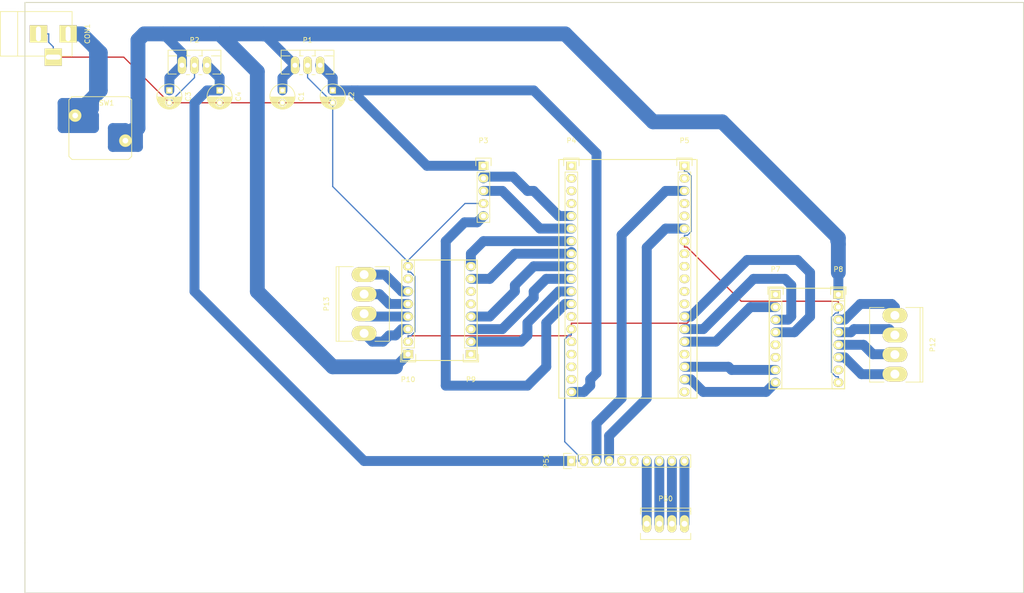
<source format=kicad_pcb>
(kicad_pcb (version 20171130) (host pcbnew "(5.1.12)-1")

  (general
    (thickness 1.6)
    (drawings 25)
    (tracks 268)
    (zones 0)
    (modules 19)
    (nets 33)
  )

  (page A4)
  (layers
    (0 F.Cu signal)
    (31 B.Cu signal)
    (32 B.Adhes user hide)
    (33 F.Adhes user hide)
    (34 B.Paste user hide)
    (35 F.Paste user hide)
    (36 B.SilkS user hide)
    (37 F.SilkS user hide)
    (38 B.Mask user hide)
    (39 F.Mask user hide)
    (40 Dwgs.User user hide)
    (41 Cmts.User user hide)
    (42 Eco1.User user hide)
    (43 Eco2.User user hide)
    (44 Edge.Cuts user)
    (45 Margin user)
    (46 B.CrtYd user)
    (47 F.CrtYd user)
    (48 B.Fab user)
    (49 F.Fab user)
  )

  (setup
    (last_trace_width 0.25)
    (user_trace_width 0.5)
    (user_trace_width 1)
    (user_trace_width 1.5)
    (user_trace_width 2)
    (user_trace_width 2.5)
    (user_trace_width 3)
    (user_trace_width 3.5)
    (user_trace_width 4)
    (trace_clearance 0.2)
    (zone_clearance 0.508)
    (zone_45_only no)
    (trace_min 0.2)
    (via_size 0.6)
    (via_drill 0.4)
    (via_min_size 0.4)
    (via_min_drill 0.3)
    (uvia_size 0.3)
    (uvia_drill 0.1)
    (uvias_allowed no)
    (uvia_min_size 0.2)
    (uvia_min_drill 0.1)
    (edge_width 0.15)
    (segment_width 0.2)
    (pcb_text_width 0.3)
    (pcb_text_size 1.5 1.5)
    (mod_edge_width 0.15)
    (mod_text_size 1 1)
    (mod_text_width 0.15)
    (pad_size 1.524 1.524)
    (pad_drill 0.762)
    (pad_to_mask_clearance 0.2)
    (aux_axis_origin 0 0)
    (visible_elements 7FFFFFFF)
    (pcbplotparams
      (layerselection 0x00030_80000001)
      (usegerberextensions false)
      (usegerberattributes true)
      (usegerberadvancedattributes true)
      (creategerberjobfile true)
      (excludeedgelayer true)
      (linewidth 0.100000)
      (plotframeref false)
      (viasonmask false)
      (mode 1)
      (useauxorigin false)
      (hpglpennumber 1)
      (hpglpenspeed 20)
      (hpglpendiameter 15.000000)
      (psnegative false)
      (psa4output false)
      (plotreference true)
      (plotvalue true)
      (plotinvisibletext false)
      (padsonsilk false)
      (subtractmaskfromsilk false)
      (outputformat 1)
      (mirror false)
      (drillshape 1)
      (scaleselection 1)
      (outputdirectory ""))
  )

  (net 0 "")
  (net 1 /24v)
  (net 2 GND)
  (net 3 /5v)
  (net 4 /3v3)
  (net 5 /SCL)
  (net 6 /SDA)
  (net 7 /A0)
  (net 8 /A1)
  (net 9 /Dir_2)
  (net 10 /Step_2)
  (net 11 /M2_2)
  (net 12 /M1_2)
  (net 13 /M0_2)
  (net 14 /M2_1)
  (net 15 /M1_1)
  (net 16 /M0_1)
  (net 17 /Step_1)
  (net 18 /Dir_1)
  (net 19 /B21)
  (net 20 /B11)
  (net 21 /A11)
  (net 22 /A21)
  (net 23 /B22)
  (net 24 /B12)
  (net 25 /A12)
  (net 26 /A22)
  (net 27 /A2)
  (net 28 /A3)
  (net 29 /SCL_2)
  (net 30 /SDA_2)
  (net 31 /INT_IMU)
  (net 32 /24v_Sal)

  (net_class Default "This is the default net class."
    (clearance 0.2)
    (trace_width 0.25)
    (via_dia 0.6)
    (via_drill 0.4)
    (uvia_dia 0.3)
    (uvia_drill 0.1)
    (add_net /24v)
    (add_net /24v_Sal)
    (add_net /3v3)
    (add_net /5v)
    (add_net /A0)
    (add_net /A1)
    (add_net /A11)
    (add_net /A12)
    (add_net /A2)
    (add_net /A21)
    (add_net /A22)
    (add_net /A3)
    (add_net /B11)
    (add_net /B12)
    (add_net /B21)
    (add_net /B22)
    (add_net /Dir_1)
    (add_net /Dir_2)
    (add_net /INT_IMU)
    (add_net /M0_1)
    (add_net /M0_2)
    (add_net /M1_1)
    (add_net /M1_2)
    (add_net /M2_1)
    (add_net /M2_2)
    (add_net /SCL)
    (add_net /SCL_2)
    (add_net /SDA)
    (add_net /SDA_2)
    (add_net /Step_1)
    (add_net /Step_2)
    (add_net GND)
  )

  (module TO_SOT_Packages_THT:TO-220_Neutral123_Vertical_LargePads (layer F.Cu) (tedit 0) (tstamp 594356F8)
    (at 54.61 40.64)
    (descr "TO-220, Neutral, Vertical, Large Pads,")
    (tags "TO-220, Neutral, Vertical, Large Pads,")
    (path /594388BB)
    (fp_text reference P2 (at 0 -5.08) (layer F.SilkS)
      (effects (font (size 1 1) (thickness 0.15)))
    )
    (fp_text value CONN_01X03 (at 0 3.81) (layer F.Fab)
      (effects (font (size 1 1) (thickness 0.15)))
    )
    (fp_line (start 0 -3.048) (end 5.334 -3.048) (layer F.SilkS) (width 0.15))
    (fp_line (start 0 -3.048) (end -5.334 -3.048) (layer F.SilkS) (width 0.15))
    (fp_line (start -5.334 -1.905) (end -5.334 -3.048) (layer F.SilkS) (width 0.15))
    (fp_line (start 5.334 -3.048) (end 5.334 -1.905) (layer F.SilkS) (width 0.15))
    (fp_line (start -5.334 1.778) (end -5.334 -1.905) (layer F.SilkS) (width 0.15))
    (fp_line (start 5.334 -1.905) (end 5.334 1.778) (layer F.SilkS) (width 0.15))
    (fp_line (start 1.524 -3.048) (end 1.524 -1.905) (layer F.SilkS) (width 0.15))
    (fp_line (start -1.524 -3.048) (end -1.524 -1.905) (layer F.SilkS) (width 0.15))
    (fp_line (start 5.334 1.778) (end 3.683 1.778) (layer F.SilkS) (width 0.15))
    (fp_line (start 1.524 1.905) (end 0.889 1.905) (layer F.SilkS) (width 0.15))
    (fp_line (start -1.016 1.905) (end -1.651 1.905) (layer F.SilkS) (width 0.15))
    (fp_line (start -5.334 1.778) (end -3.683 1.778) (layer F.SilkS) (width 0.15))
    (fp_line (start -5.334 -1.905) (end -3.556 -1.905) (layer F.SilkS) (width 0.15))
    (fp_line (start -1.524 -1.905) (end -0.889 -1.905) (layer F.SilkS) (width 0.15))
    (fp_line (start -1.524 -1.905) (end -1.651 -1.905) (layer F.SilkS) (width 0.15))
    (fp_line (start 0.889 -1.905) (end 1.651 -1.905) (layer F.SilkS) (width 0.15))
    (fp_line (start 5.334 -1.905) (end 3.429 -1.905) (layer F.SilkS) (width 0.15))
    (pad 2 thru_hole oval (at 0 0 90) (size 3.50012 1.69926) (drill 1.00076) (layers *.Cu *.Mask F.SilkS)
      (net 2 GND))
    (pad 1 thru_hole oval (at -2.54 0 90) (size 3.50012 1.69926) (drill 1.00076) (layers *.Cu *.Mask F.SilkS)
      (net 32 /24v_Sal))
    (pad 3 thru_hole oval (at 2.54 0 90) (size 3.50012 1.69926) (drill 1.00076) (layers *.Cu *.Mask F.SilkS)
      (net 4 /3v3))
    (model TO_SOT_Packages_THT.3dshapes/TO-220_Neutral123_Vertical_LargePads.wrl
      (at (xyz 0 0 0))
      (scale (xyz 0.3937 0.3937 0.3937))
      (rotate (xyz 0 0 0))
    )
  )

  (module Capacitors_ThroughHole:C_Radial_D5_L11_P2.5 (layer F.Cu) (tedit 0) (tstamp 5)
    (at 72.39 45.72 270)
    (descr "Radial Electrolytic Capacitor Diameter 5mm x Length 11mm, Pitch 2.5mm")
    (tags "Electrolytic Capacitor")
    (path /59435684)
    (fp_text reference C1 (at 1.25 -3.8 270) (layer F.SilkS)
      (effects (font (size 1 1) (thickness 0.15)))
    )
    (fp_text value C (at 1.25 3.8 270) (layer F.Fab)
      (effects (font (size 1 1) (thickness 0.15)))
    )
    (fp_circle (center 1.25 0) (end 1.25 -2.8) (layer F.CrtYd) (width 0.05))
    (fp_circle (center 1.25 0) (end 1.25 -2.5375) (layer F.SilkS) (width 0.15))
    (fp_circle (center 2.5 0) (end 2.5 -0.9) (layer F.SilkS) (width 0.15))
    (fp_line (start 3.705 -0.472) (end 3.705 0.472) (layer F.SilkS) (width 0.15))
    (fp_line (start 3.565 -0.944) (end 3.565 0.944) (layer F.SilkS) (width 0.15))
    (fp_line (start 3.425 -1.233) (end 3.425 1.233) (layer F.SilkS) (width 0.15))
    (fp_line (start 3.285 0.44) (end 3.285 1.452) (layer F.SilkS) (width 0.15))
    (fp_line (start 3.285 -1.452) (end 3.285 -0.44) (layer F.SilkS) (width 0.15))
    (fp_line (start 3.145 0.628) (end 3.145 1.631) (layer F.SilkS) (width 0.15))
    (fp_line (start 3.145 -1.631) (end 3.145 -0.628) (layer F.SilkS) (width 0.15))
    (fp_line (start 3.005 0.745) (end 3.005 1.78) (layer F.SilkS) (width 0.15))
    (fp_line (start 3.005 -1.78) (end 3.005 -0.745) (layer F.SilkS) (width 0.15))
    (fp_line (start 2.865 0.823) (end 2.865 1.908) (layer F.SilkS) (width 0.15))
    (fp_line (start 2.865 -1.908) (end 2.865 -0.823) (layer F.SilkS) (width 0.15))
    (fp_line (start 2.725 0.871) (end 2.725 2.019) (layer F.SilkS) (width 0.15))
    (fp_line (start 2.725 -2.019) (end 2.725 -0.871) (layer F.SilkS) (width 0.15))
    (fp_line (start 2.585 0.896) (end 2.585 2.114) (layer F.SilkS) (width 0.15))
    (fp_line (start 2.585 -2.114) (end 2.585 -0.896) (layer F.SilkS) (width 0.15))
    (fp_line (start 2.445 0.898) (end 2.445 2.196) (layer F.SilkS) (width 0.15))
    (fp_line (start 2.445 -2.196) (end 2.445 -0.898) (layer F.SilkS) (width 0.15))
    (fp_line (start 2.305 0.879) (end 2.305 2.266) (layer F.SilkS) (width 0.15))
    (fp_line (start 2.305 -2.266) (end 2.305 -0.879) (layer F.SilkS) (width 0.15))
    (fp_line (start 2.165 0.835) (end 2.165 2.327) (layer F.SilkS) (width 0.15))
    (fp_line (start 2.165 -2.327) (end 2.165 -0.835) (layer F.SilkS) (width 0.15))
    (fp_line (start 2.025 0.764) (end 2.025 2.377) (layer F.SilkS) (width 0.15))
    (fp_line (start 2.025 -2.377) (end 2.025 -0.764) (layer F.SilkS) (width 0.15))
    (fp_line (start 1.885 0.657) (end 1.885 2.418) (layer F.SilkS) (width 0.15))
    (fp_line (start 1.885 -2.418) (end 1.885 -0.657) (layer F.SilkS) (width 0.15))
    (fp_line (start 1.745 0.49) (end 1.745 2.451) (layer F.SilkS) (width 0.15))
    (fp_line (start 1.745 -2.451) (end 1.745 -0.49) (layer F.SilkS) (width 0.15))
    (fp_line (start 1.605 0.095) (end 1.605 2.475) (layer F.SilkS) (width 0.15))
    (fp_line (start 1.605 -2.475) (end 1.605 -0.095) (layer F.SilkS) (width 0.15))
    (fp_line (start 1.465 -2.491) (end 1.465 2.491) (layer F.SilkS) (width 0.15))
    (fp_line (start 1.325 -2.499) (end 1.325 2.499) (layer F.SilkS) (width 0.15))
    (pad 1 thru_hole rect (at 0 0 270) (size 1.3 1.3) (drill 0.8) (layers *.Cu *.Mask F.SilkS)
      (net 32 /24v_Sal))
    (pad 2 thru_hole circle (at 2.5 0 270) (size 1.3 1.3) (drill 0.8) (layers *.Cu *.Mask F.SilkS)
      (net 2 GND))
    (model Capacitors_ThroughHole.3dshapes/C_Radial_D5_L11_P2.5.wrl
      (offset (xyz 1.25001018122673 0 0))
      (scale (xyz 1 1 1))
      (rotate (xyz 0 0 90))
    )
  )

  (module Capacitors_ThroughHole:C_Radial_D5_L11_P2.5 (layer F.Cu) (tedit 0) (tstamp 59434E9B)
    (at 82.55 45.72 270)
    (descr "Radial Electrolytic Capacitor Diameter 5mm x Length 11mm, Pitch 2.5mm")
    (tags "Electrolytic Capacitor")
    (path /59435743)
    (fp_text reference C2 (at 1.25 -3.8 270) (layer F.SilkS)
      (effects (font (size 1 1) (thickness 0.15)))
    )
    (fp_text value C (at 1.25 3.8 270) (layer F.Fab)
      (effects (font (size 1 1) (thickness 0.15)))
    )
    (fp_circle (center 1.25 0) (end 1.25 -2.8) (layer F.CrtYd) (width 0.05))
    (fp_circle (center 1.25 0) (end 1.25 -2.5375) (layer F.SilkS) (width 0.15))
    (fp_circle (center 2.5 0) (end 2.5 -0.9) (layer F.SilkS) (width 0.15))
    (fp_line (start 3.705 -0.472) (end 3.705 0.472) (layer F.SilkS) (width 0.15))
    (fp_line (start 3.565 -0.944) (end 3.565 0.944) (layer F.SilkS) (width 0.15))
    (fp_line (start 3.425 -1.233) (end 3.425 1.233) (layer F.SilkS) (width 0.15))
    (fp_line (start 3.285 0.44) (end 3.285 1.452) (layer F.SilkS) (width 0.15))
    (fp_line (start 3.285 -1.452) (end 3.285 -0.44) (layer F.SilkS) (width 0.15))
    (fp_line (start 3.145 0.628) (end 3.145 1.631) (layer F.SilkS) (width 0.15))
    (fp_line (start 3.145 -1.631) (end 3.145 -0.628) (layer F.SilkS) (width 0.15))
    (fp_line (start 3.005 0.745) (end 3.005 1.78) (layer F.SilkS) (width 0.15))
    (fp_line (start 3.005 -1.78) (end 3.005 -0.745) (layer F.SilkS) (width 0.15))
    (fp_line (start 2.865 0.823) (end 2.865 1.908) (layer F.SilkS) (width 0.15))
    (fp_line (start 2.865 -1.908) (end 2.865 -0.823) (layer F.SilkS) (width 0.15))
    (fp_line (start 2.725 0.871) (end 2.725 2.019) (layer F.SilkS) (width 0.15))
    (fp_line (start 2.725 -2.019) (end 2.725 -0.871) (layer F.SilkS) (width 0.15))
    (fp_line (start 2.585 0.896) (end 2.585 2.114) (layer F.SilkS) (width 0.15))
    (fp_line (start 2.585 -2.114) (end 2.585 -0.896) (layer F.SilkS) (width 0.15))
    (fp_line (start 2.445 0.898) (end 2.445 2.196) (layer F.SilkS) (width 0.15))
    (fp_line (start 2.445 -2.196) (end 2.445 -0.898) (layer F.SilkS) (width 0.15))
    (fp_line (start 2.305 0.879) (end 2.305 2.266) (layer F.SilkS) (width 0.15))
    (fp_line (start 2.305 -2.266) (end 2.305 -0.879) (layer F.SilkS) (width 0.15))
    (fp_line (start 2.165 0.835) (end 2.165 2.327) (layer F.SilkS) (width 0.15))
    (fp_line (start 2.165 -2.327) (end 2.165 -0.835) (layer F.SilkS) (width 0.15))
    (fp_line (start 2.025 0.764) (end 2.025 2.377) (layer F.SilkS) (width 0.15))
    (fp_line (start 2.025 -2.377) (end 2.025 -0.764) (layer F.SilkS) (width 0.15))
    (fp_line (start 1.885 0.657) (end 1.885 2.418) (layer F.SilkS) (width 0.15))
    (fp_line (start 1.885 -2.418) (end 1.885 -0.657) (layer F.SilkS) (width 0.15))
    (fp_line (start 1.745 0.49) (end 1.745 2.451) (layer F.SilkS) (width 0.15))
    (fp_line (start 1.745 -2.451) (end 1.745 -0.49) (layer F.SilkS) (width 0.15))
    (fp_line (start 1.605 0.095) (end 1.605 2.475) (layer F.SilkS) (width 0.15))
    (fp_line (start 1.605 -2.475) (end 1.605 -0.095) (layer F.SilkS) (width 0.15))
    (fp_line (start 1.465 -2.491) (end 1.465 2.491) (layer F.SilkS) (width 0.15))
    (fp_line (start 1.325 -2.499) (end 1.325 2.499) (layer F.SilkS) (width 0.15))
    (pad 1 thru_hole rect (at 0 0 270) (size 1.3 1.3) (drill 0.8) (layers *.Cu *.Mask F.SilkS)
      (net 3 /5v))
    (pad 2 thru_hole circle (at 2.5 0 270) (size 1.3 1.3) (drill 0.8) (layers *.Cu *.Mask F.SilkS)
      (net 2 GND))
    (model Capacitors_ThroughHole.3dshapes/C_Radial_D5_L11_P2.5.wrl
      (offset (xyz 1.25001018122673 0 0))
      (scale (xyz 1 1 1))
      (rotate (xyz 0 0 90))
    )
  )

  (module Capacitors_ThroughHole:C_Radial_D5_L11_P2.5 (layer F.Cu) (tedit 0) (tstamp 59434EA1)
    (at 49.53 45.72 270)
    (descr "Radial Electrolytic Capacitor Diameter 5mm x Length 11mm, Pitch 2.5mm")
    (tags "Electrolytic Capacitor")
    (path /594357A0)
    (fp_text reference C3 (at 1.25 -3.8 270) (layer F.SilkS)
      (effects (font (size 1 1) (thickness 0.15)))
    )
    (fp_text value C (at 1.25 3.8 270) (layer F.Fab)
      (effects (font (size 1 1) (thickness 0.15)))
    )
    (fp_circle (center 1.25 0) (end 1.25 -2.8) (layer F.CrtYd) (width 0.05))
    (fp_circle (center 1.25 0) (end 1.25 -2.5375) (layer F.SilkS) (width 0.15))
    (fp_circle (center 2.5 0) (end 2.5 -0.9) (layer F.SilkS) (width 0.15))
    (fp_line (start 3.705 -0.472) (end 3.705 0.472) (layer F.SilkS) (width 0.15))
    (fp_line (start 3.565 -0.944) (end 3.565 0.944) (layer F.SilkS) (width 0.15))
    (fp_line (start 3.425 -1.233) (end 3.425 1.233) (layer F.SilkS) (width 0.15))
    (fp_line (start 3.285 0.44) (end 3.285 1.452) (layer F.SilkS) (width 0.15))
    (fp_line (start 3.285 -1.452) (end 3.285 -0.44) (layer F.SilkS) (width 0.15))
    (fp_line (start 3.145 0.628) (end 3.145 1.631) (layer F.SilkS) (width 0.15))
    (fp_line (start 3.145 -1.631) (end 3.145 -0.628) (layer F.SilkS) (width 0.15))
    (fp_line (start 3.005 0.745) (end 3.005 1.78) (layer F.SilkS) (width 0.15))
    (fp_line (start 3.005 -1.78) (end 3.005 -0.745) (layer F.SilkS) (width 0.15))
    (fp_line (start 2.865 0.823) (end 2.865 1.908) (layer F.SilkS) (width 0.15))
    (fp_line (start 2.865 -1.908) (end 2.865 -0.823) (layer F.SilkS) (width 0.15))
    (fp_line (start 2.725 0.871) (end 2.725 2.019) (layer F.SilkS) (width 0.15))
    (fp_line (start 2.725 -2.019) (end 2.725 -0.871) (layer F.SilkS) (width 0.15))
    (fp_line (start 2.585 0.896) (end 2.585 2.114) (layer F.SilkS) (width 0.15))
    (fp_line (start 2.585 -2.114) (end 2.585 -0.896) (layer F.SilkS) (width 0.15))
    (fp_line (start 2.445 0.898) (end 2.445 2.196) (layer F.SilkS) (width 0.15))
    (fp_line (start 2.445 -2.196) (end 2.445 -0.898) (layer F.SilkS) (width 0.15))
    (fp_line (start 2.305 0.879) (end 2.305 2.266) (layer F.SilkS) (width 0.15))
    (fp_line (start 2.305 -2.266) (end 2.305 -0.879) (layer F.SilkS) (width 0.15))
    (fp_line (start 2.165 0.835) (end 2.165 2.327) (layer F.SilkS) (width 0.15))
    (fp_line (start 2.165 -2.327) (end 2.165 -0.835) (layer F.SilkS) (width 0.15))
    (fp_line (start 2.025 0.764) (end 2.025 2.377) (layer F.SilkS) (width 0.15))
    (fp_line (start 2.025 -2.377) (end 2.025 -0.764) (layer F.SilkS) (width 0.15))
    (fp_line (start 1.885 0.657) (end 1.885 2.418) (layer F.SilkS) (width 0.15))
    (fp_line (start 1.885 -2.418) (end 1.885 -0.657) (layer F.SilkS) (width 0.15))
    (fp_line (start 1.745 0.49) (end 1.745 2.451) (layer F.SilkS) (width 0.15))
    (fp_line (start 1.745 -2.451) (end 1.745 -0.49) (layer F.SilkS) (width 0.15))
    (fp_line (start 1.605 0.095) (end 1.605 2.475) (layer F.SilkS) (width 0.15))
    (fp_line (start 1.605 -2.475) (end 1.605 -0.095) (layer F.SilkS) (width 0.15))
    (fp_line (start 1.465 -2.491) (end 1.465 2.491) (layer F.SilkS) (width 0.15))
    (fp_line (start 1.325 -2.499) (end 1.325 2.499) (layer F.SilkS) (width 0.15))
    (pad 1 thru_hole rect (at 0 0 270) (size 1.3 1.3) (drill 0.8) (layers *.Cu *.Mask F.SilkS)
      (net 32 /24v_Sal))
    (pad 2 thru_hole circle (at 2.5 0 270) (size 1.3 1.3) (drill 0.8) (layers *.Cu *.Mask F.SilkS)
      (net 2 GND))
    (model Capacitors_ThroughHole.3dshapes/C_Radial_D5_L11_P2.5.wrl
      (offset (xyz 1.25001018122673 0 0))
      (scale (xyz 1 1 1))
      (rotate (xyz 0 0 90))
    )
  )

  (module Capacitors_ThroughHole:C_Radial_D5_L11_P2.5 (layer F.Cu) (tedit 0) (tstamp 59434EA7)
    (at 59.69 45.72 270)
    (descr "Radial Electrolytic Capacitor Diameter 5mm x Length 11mm, Pitch 2.5mm")
    (tags "Electrolytic Capacitor")
    (path /59435918)
    (fp_text reference C4 (at 1.25 -3.8 270) (layer F.SilkS)
      (effects (font (size 1 1) (thickness 0.15)))
    )
    (fp_text value C (at 1.25 3.8 270) (layer F.Fab)
      (effects (font (size 1 1) (thickness 0.15)))
    )
    (fp_circle (center 1.25 0) (end 1.25 -2.8) (layer F.CrtYd) (width 0.05))
    (fp_circle (center 1.25 0) (end 1.25 -2.5375) (layer F.SilkS) (width 0.15))
    (fp_circle (center 2.5 0) (end 2.5 -0.9) (layer F.SilkS) (width 0.15))
    (fp_line (start 3.705 -0.472) (end 3.705 0.472) (layer F.SilkS) (width 0.15))
    (fp_line (start 3.565 -0.944) (end 3.565 0.944) (layer F.SilkS) (width 0.15))
    (fp_line (start 3.425 -1.233) (end 3.425 1.233) (layer F.SilkS) (width 0.15))
    (fp_line (start 3.285 0.44) (end 3.285 1.452) (layer F.SilkS) (width 0.15))
    (fp_line (start 3.285 -1.452) (end 3.285 -0.44) (layer F.SilkS) (width 0.15))
    (fp_line (start 3.145 0.628) (end 3.145 1.631) (layer F.SilkS) (width 0.15))
    (fp_line (start 3.145 -1.631) (end 3.145 -0.628) (layer F.SilkS) (width 0.15))
    (fp_line (start 3.005 0.745) (end 3.005 1.78) (layer F.SilkS) (width 0.15))
    (fp_line (start 3.005 -1.78) (end 3.005 -0.745) (layer F.SilkS) (width 0.15))
    (fp_line (start 2.865 0.823) (end 2.865 1.908) (layer F.SilkS) (width 0.15))
    (fp_line (start 2.865 -1.908) (end 2.865 -0.823) (layer F.SilkS) (width 0.15))
    (fp_line (start 2.725 0.871) (end 2.725 2.019) (layer F.SilkS) (width 0.15))
    (fp_line (start 2.725 -2.019) (end 2.725 -0.871) (layer F.SilkS) (width 0.15))
    (fp_line (start 2.585 0.896) (end 2.585 2.114) (layer F.SilkS) (width 0.15))
    (fp_line (start 2.585 -2.114) (end 2.585 -0.896) (layer F.SilkS) (width 0.15))
    (fp_line (start 2.445 0.898) (end 2.445 2.196) (layer F.SilkS) (width 0.15))
    (fp_line (start 2.445 -2.196) (end 2.445 -0.898) (layer F.SilkS) (width 0.15))
    (fp_line (start 2.305 0.879) (end 2.305 2.266) (layer F.SilkS) (width 0.15))
    (fp_line (start 2.305 -2.266) (end 2.305 -0.879) (layer F.SilkS) (width 0.15))
    (fp_line (start 2.165 0.835) (end 2.165 2.327) (layer F.SilkS) (width 0.15))
    (fp_line (start 2.165 -2.327) (end 2.165 -0.835) (layer F.SilkS) (width 0.15))
    (fp_line (start 2.025 0.764) (end 2.025 2.377) (layer F.SilkS) (width 0.15))
    (fp_line (start 2.025 -2.377) (end 2.025 -0.764) (layer F.SilkS) (width 0.15))
    (fp_line (start 1.885 0.657) (end 1.885 2.418) (layer F.SilkS) (width 0.15))
    (fp_line (start 1.885 -2.418) (end 1.885 -0.657) (layer F.SilkS) (width 0.15))
    (fp_line (start 1.745 0.49) (end 1.745 2.451) (layer F.SilkS) (width 0.15))
    (fp_line (start 1.745 -2.451) (end 1.745 -0.49) (layer F.SilkS) (width 0.15))
    (fp_line (start 1.605 0.095) (end 1.605 2.475) (layer F.SilkS) (width 0.15))
    (fp_line (start 1.605 -2.475) (end 1.605 -0.095) (layer F.SilkS) (width 0.15))
    (fp_line (start 1.465 -2.491) (end 1.465 2.491) (layer F.SilkS) (width 0.15))
    (fp_line (start 1.325 -2.499) (end 1.325 2.499) (layer F.SilkS) (width 0.15))
    (pad 1 thru_hole rect (at 0 0 270) (size 1.3 1.3) (drill 0.8) (layers *.Cu *.Mask F.SilkS)
      (net 4 /3v3))
    (pad 2 thru_hole circle (at 2.5 0 270) (size 1.3 1.3) (drill 0.8) (layers *.Cu *.Mask F.SilkS)
      (net 2 GND))
    (model Capacitors_ThroughHole.3dshapes/C_Radial_D5_L11_P2.5.wrl
      (offset (xyz 1.25001018122673 0 0))
      (scale (xyz 1 1 1))
      (rotate (xyz 0 0 90))
    )
  )

  (module Connect:BARREL_JACK (layer F.Cu) (tedit 0) (tstamp 59434EAE)
    (at 22.86 34.29)
    (descr "DC Barrel Jack")
    (tags "Power Jack")
    (path /592F20AC)
    (fp_text reference CON1 (at 10.09904 0 90) (layer F.SilkS)
      (effects (font (size 1 1) (thickness 0.15)))
    )
    (fp_text value BARREL_JACK (at 0 -5.99948) (layer F.Fab)
      (effects (font (size 1 1) (thickness 0.15)))
    )
    (fp_line (start 7.00024 -4.50088) (end -7.50062 -4.50088) (layer F.SilkS) (width 0.15))
    (fp_line (start 7.00024 4.50088) (end 7.00024 -4.50088) (layer F.SilkS) (width 0.15))
    (fp_line (start -7.50062 4.50088) (end 7.00024 4.50088) (layer F.SilkS) (width 0.15))
    (fp_line (start -7.50062 -4.50088) (end -7.50062 4.50088) (layer F.SilkS) (width 0.15))
    (fp_line (start -4.0005 -4.50088) (end -4.0005 4.50088) (layer F.SilkS) (width 0.15))
    (pad 1 thru_hole rect (at 6.20014 0) (size 3.50012 3.50012) (drill oval 1.00076 2.99974) (layers *.Cu *.Mask F.SilkS)
      (net 1 /24v))
    (pad 2 thru_hole rect (at 0.20066 0) (size 3.50012 3.50012) (drill oval 1.00076 2.99974) (layers *.Cu *.Mask F.SilkS)
      (net 2 GND))
    (pad 3 thru_hole rect (at 3.2004 4.699) (size 3.50012 3.50012) (drill oval 2.99974 1.00076) (layers *.Cu *.Mask F.SilkS)
      (net 2 GND))
  )

  (module Pin_Headers:Pin_Header_Straight_1x19 (layer F.Cu) (tedit 0) (tstamp 59434ED1)
    (at 130.81 60.96)
    (descr "Through hole pin header")
    (tags "pin header")
    (path /5943A05C)
    (fp_text reference P4 (at 0 -5.1) (layer F.SilkS)
      (effects (font (size 1 1) (thickness 0.15)))
    )
    (fp_text value CONN_01X19 (at 0 -3.1) (layer F.Fab)
      (effects (font (size 1 1) (thickness 0.15)))
    )
    (fp_line (start -1.55 -1.55) (end 1.55 -1.55) (layer F.SilkS) (width 0.15))
    (fp_line (start -1.55 0) (end -1.55 -1.55) (layer F.SilkS) (width 0.15))
    (fp_line (start 1.27 1.27) (end -1.27 1.27) (layer F.SilkS) (width 0.15))
    (fp_line (start 1.55 -1.55) (end 1.55 0) (layer F.SilkS) (width 0.15))
    (fp_line (start -1.27 46.99) (end -1.27 1.27) (layer F.SilkS) (width 0.15))
    (fp_line (start 1.27 46.99) (end -1.27 46.99) (layer F.SilkS) (width 0.15))
    (fp_line (start 1.27 1.27) (end 1.27 46.99) (layer F.SilkS) (width 0.15))
    (fp_line (start -1.75 47.5) (end 1.75 47.5) (layer F.CrtYd) (width 0.05))
    (fp_line (start -1.75 -1.75) (end 1.75 -1.75) (layer F.CrtYd) (width 0.05))
    (fp_line (start 1.75 -1.75) (end 1.75 47.5) (layer F.CrtYd) (width 0.05))
    (fp_line (start -1.75 -1.75) (end -1.75 47.5) (layer F.CrtYd) (width 0.05))
    (pad 1 thru_hole rect (at 0 0) (size 2.032 1.7272) (drill 1.016) (layers *.Cu *.Mask F.SilkS))
    (pad 2 thru_hole oval (at 0 2.54) (size 2.032 1.7272) (drill 1.016) (layers *.Cu *.Mask F.SilkS))
    (pad 3 thru_hole oval (at 0 5.08) (size 2.032 1.7272) (drill 1.016) (layers *.Cu *.Mask F.SilkS))
    (pad 4 thru_hole oval (at 0 7.62) (size 2.032 1.7272) (drill 1.016) (layers *.Cu *.Mask F.SilkS))
    (pad 5 thru_hole oval (at 0 10.16) (size 2.032 1.7272) (drill 1.016) (layers *.Cu *.Mask F.SilkS)
      (net 29 /SCL_2))
    (pad 6 thru_hole oval (at 0 12.7) (size 2.032 1.7272) (drill 1.016) (layers *.Cu *.Mask F.SilkS)
      (net 30 /SDA_2))
    (pad 7 thru_hole oval (at 0 15.24) (size 2.032 1.7272) (drill 1.016) (layers *.Cu *.Mask F.SilkS)
      (net 9 /Dir_2))
    (pad 8 thru_hole oval (at 0 17.78) (size 2.032 1.7272) (drill 1.016) (layers *.Cu *.Mask F.SilkS)
      (net 10 /Step_2))
    (pad 9 thru_hole oval (at 0 20.32) (size 2.032 1.7272) (drill 1.016) (layers *.Cu *.Mask F.SilkS)
      (net 11 /M2_2))
    (pad 10 thru_hole oval (at 0 22.86) (size 2.032 1.7272) (drill 1.016) (layers *.Cu *.Mask F.SilkS)
      (net 12 /M1_2))
    (pad 11 thru_hole oval (at 0 25.4) (size 2.032 1.7272) (drill 1.016) (layers *.Cu *.Mask F.SilkS)
      (net 13 /M0_2))
    (pad 12 thru_hole oval (at 0 27.94) (size 2.032 1.7272) (drill 1.016) (layers *.Cu *.Mask F.SilkS)
      (net 31 /INT_IMU))
    (pad 13 thru_hole oval (at 0 30.48) (size 2.032 1.7272) (drill 1.016) (layers *.Cu *.Mask F.SilkS))
    (pad 14 thru_hole oval (at 0 33.02) (size 2.032 1.7272) (drill 1.016) (layers *.Cu *.Mask F.SilkS)
      (net 2 GND))
    (pad 15 thru_hole oval (at 0 35.56) (size 2.032 1.7272) (drill 1.016) (layers *.Cu *.Mask F.SilkS))
    (pad 16 thru_hole oval (at 0 38.1) (size 2.032 1.7272) (drill 1.016) (layers *.Cu *.Mask F.SilkS))
    (pad 17 thru_hole oval (at 0 40.64) (size 2.032 1.7272) (drill 1.016) (layers *.Cu *.Mask F.SilkS))
    (pad 18 thru_hole oval (at 0 43.18) (size 2.032 1.7272) (drill 1.016) (layers *.Cu *.Mask F.SilkS))
    (pad 19 thru_hole oval (at 0 45.72) (size 2.032 1.7272) (drill 1.016) (layers *.Cu *.Mask F.SilkS)
      (net 3 /5v))
    (model Pin_Headers.3dshapes/Pin_Header_Straight_1x19.wrl
      (offset (xyz 0 -22.85999965667725 0))
      (scale (xyz 1 1 1))
      (rotate (xyz 0 0 90))
    )
  )

  (module Pin_Headers:Pin_Header_Straight_1x19 (layer F.Cu) (tedit 0) (tstamp 59434EE8)
    (at 153.67 60.96)
    (descr "Through hole pin header")
    (tags "pin header")
    (path /5925E1A8)
    (fp_text reference P5 (at 0 -5.1) (layer F.SilkS)
      (effects (font (size 1 1) (thickness 0.15)))
    )
    (fp_text value CONN_01X19 (at 0 -3.1) (layer F.Fab)
      (effects (font (size 1 1) (thickness 0.15)))
    )
    (fp_line (start -1.55 -1.55) (end 1.55 -1.55) (layer F.SilkS) (width 0.15))
    (fp_line (start -1.55 0) (end -1.55 -1.55) (layer F.SilkS) (width 0.15))
    (fp_line (start 1.27 1.27) (end -1.27 1.27) (layer F.SilkS) (width 0.15))
    (fp_line (start 1.55 -1.55) (end 1.55 0) (layer F.SilkS) (width 0.15))
    (fp_line (start -1.27 46.99) (end -1.27 1.27) (layer F.SilkS) (width 0.15))
    (fp_line (start 1.27 46.99) (end -1.27 46.99) (layer F.SilkS) (width 0.15))
    (fp_line (start 1.27 1.27) (end 1.27 46.99) (layer F.SilkS) (width 0.15))
    (fp_line (start -1.75 47.5) (end 1.75 47.5) (layer F.CrtYd) (width 0.05))
    (fp_line (start -1.75 -1.75) (end 1.75 -1.75) (layer F.CrtYd) (width 0.05))
    (fp_line (start 1.75 -1.75) (end 1.75 47.5) (layer F.CrtYd) (width 0.05))
    (fp_line (start -1.75 -1.75) (end -1.75 47.5) (layer F.CrtYd) (width 0.05))
    (pad 1 thru_hole rect (at 0 0) (size 2.032 1.7272) (drill 1.016) (layers *.Cu *.Mask F.SilkS)
      (net 2 GND))
    (pad 2 thru_hole oval (at 0 2.54) (size 2.032 1.7272) (drill 1.016) (layers *.Cu *.Mask F.SilkS))
    (pad 3 thru_hole oval (at 0 5.08) (size 2.032 1.7272) (drill 1.016) (layers *.Cu *.Mask F.SilkS)
      (net 5 /SCL))
    (pad 4 thru_hole oval (at 0 7.62) (size 2.032 1.7272) (drill 1.016) (layers *.Cu *.Mask F.SilkS))
    (pad 5 thru_hole oval (at 0 10.16) (size 2.032 1.7272) (drill 1.016) (layers *.Cu *.Mask F.SilkS))
    (pad 6 thru_hole oval (at 0 12.7) (size 2.032 1.7272) (drill 1.016) (layers *.Cu *.Mask F.SilkS)
      (net 6 /SDA))
    (pad 7 thru_hole oval (at 0 15.24) (size 2.032 1.7272) (drill 1.016) (layers *.Cu *.Mask F.SilkS)
      (net 2 GND))
    (pad 8 thru_hole oval (at 0 17.78) (size 2.032 1.7272) (drill 1.016) (layers *.Cu *.Mask F.SilkS))
    (pad 9 thru_hole oval (at 0 20.32) (size 2.032 1.7272) (drill 1.016) (layers *.Cu *.Mask F.SilkS))
    (pad 10 thru_hole oval (at 0 22.86) (size 2.032 1.7272) (drill 1.016) (layers *.Cu *.Mask F.SilkS))
    (pad 11 thru_hole oval (at 0 25.4) (size 2.032 1.7272) (drill 1.016) (layers *.Cu *.Mask F.SilkS))
    (pad 12 thru_hole oval (at 0 27.94) (size 2.032 1.7272) (drill 1.016) (layers *.Cu *.Mask F.SilkS))
    (pad 13 thru_hole oval (at 0 30.48) (size 2.032 1.7272) (drill 1.016) (layers *.Cu *.Mask F.SilkS)
      (net 14 /M2_1))
    (pad 14 thru_hole oval (at 0 33.02) (size 2.032 1.7272) (drill 1.016) (layers *.Cu *.Mask F.SilkS)
      (net 15 /M1_1))
    (pad 15 thru_hole oval (at 0 35.56) (size 2.032 1.7272) (drill 1.016) (layers *.Cu *.Mask F.SilkS)
      (net 16 /M0_1))
    (pad 16 thru_hole oval (at 0 38.1) (size 2.032 1.7272) (drill 1.016) (layers *.Cu *.Mask F.SilkS))
    (pad 17 thru_hole oval (at 0 40.64) (size 2.032 1.7272) (drill 1.016) (layers *.Cu *.Mask F.SilkS)
      (net 17 /Step_1))
    (pad 18 thru_hole oval (at 0 43.18) (size 2.032 1.7272) (drill 1.016) (layers *.Cu *.Mask F.SilkS)
      (net 18 /Dir_1))
    (pad 19 thru_hole oval (at 0 45.72) (size 2.032 1.7272) (drill 1.016) (layers *.Cu *.Mask F.SilkS))
    (model Pin_Headers.3dshapes/Pin_Header_Straight_1x19.wrl
      (offset (xyz 0 -22.85999965667725 0))
      (scale (xyz 1 1 1))
      (rotate (xyz 0 0 90))
    )
  )

  (module Pin_Headers:Pin_Header_Straight_1x08 (layer F.Cu) (tedit 0) (tstamp 59434EF4)
    (at 172.085 86.995)
    (descr "Through hole pin header")
    (tags "pin header")
    (path /592F1B90)
    (fp_text reference P7 (at 0 -5.1) (layer F.SilkS)
      (effects (font (size 1 1) (thickness 0.15)))
    )
    (fp_text value CONN_01X08 (at 0 -3.1) (layer F.Fab)
      (effects (font (size 1 1) (thickness 0.15)))
    )
    (fp_line (start -1.55 -1.55) (end 1.55 -1.55) (layer F.SilkS) (width 0.15))
    (fp_line (start -1.55 0) (end -1.55 -1.55) (layer F.SilkS) (width 0.15))
    (fp_line (start 1.27 1.27) (end -1.27 1.27) (layer F.SilkS) (width 0.15))
    (fp_line (start 1.55 -1.55) (end 1.55 0) (layer F.SilkS) (width 0.15))
    (fp_line (start -1.27 19.05) (end -1.27 1.27) (layer F.SilkS) (width 0.15))
    (fp_line (start 1.27 19.05) (end -1.27 19.05) (layer F.SilkS) (width 0.15))
    (fp_line (start 1.27 1.27) (end 1.27 19.05) (layer F.SilkS) (width 0.15))
    (fp_line (start -1.75 19.55) (end 1.75 19.55) (layer F.CrtYd) (width 0.05))
    (fp_line (start -1.75 -1.75) (end 1.75 -1.75) (layer F.CrtYd) (width 0.05))
    (fp_line (start 1.75 -1.75) (end 1.75 19.55) (layer F.CrtYd) (width 0.05))
    (fp_line (start -1.75 -1.75) (end -1.75 19.55) (layer F.CrtYd) (width 0.05))
    (pad 1 thru_hole rect (at 0 0) (size 2.032 1.7272) (drill 1.016) (layers *.Cu *.Mask F.SilkS))
    (pad 2 thru_hole oval (at 0 2.54) (size 2.032 1.7272) (drill 1.016) (layers *.Cu *.Mask F.SilkS)
      (net 16 /M0_1))
    (pad 3 thru_hole oval (at 0 5.08) (size 2.032 1.7272) (drill 1.016) (layers *.Cu *.Mask F.SilkS)
      (net 15 /M1_1))
    (pad 4 thru_hole oval (at 0 7.62) (size 2.032 1.7272) (drill 1.016) (layers *.Cu *.Mask F.SilkS)
      (net 14 /M2_1))
    (pad 5 thru_hole oval (at 0 10.16) (size 2.032 1.7272) (drill 1.016) (layers *.Cu *.Mask F.SilkS))
    (pad 6 thru_hole oval (at 0 12.7) (size 2.032 1.7272) (drill 1.016) (layers *.Cu *.Mask F.SilkS))
    (pad 7 thru_hole oval (at 0 15.24) (size 2.032 1.7272) (drill 1.016) (layers *.Cu *.Mask F.SilkS)
      (net 17 /Step_1))
    (pad 8 thru_hole oval (at 0 17.78) (size 2.032 1.7272) (drill 1.016) (layers *.Cu *.Mask F.SilkS)
      (net 18 /Dir_1))
    (model Pin_Headers.3dshapes/Pin_Header_Straight_1x08.wrl
      (offset (xyz 0 -8.889999866485596 0))
      (scale (xyz 1 1 1))
      (rotate (xyz 0 0 90))
    )
  )

  (module Pin_Headers:Pin_Header_Straight_1x08 (layer F.Cu) (tedit 0) (tstamp 59434F00)
    (at 184.785 86.995)
    (descr "Through hole pin header")
    (tags "pin header")
    (path /592F1C95)
    (fp_text reference P8 (at 0 -5.1) (layer F.SilkS)
      (effects (font (size 1 1) (thickness 0.15)))
    )
    (fp_text value CONN_01X08 (at 0 -3.1) (layer F.Fab)
      (effects (font (size 1 1) (thickness 0.15)))
    )
    (fp_line (start -1.55 -1.55) (end 1.55 -1.55) (layer F.SilkS) (width 0.15))
    (fp_line (start -1.55 0) (end -1.55 -1.55) (layer F.SilkS) (width 0.15))
    (fp_line (start 1.27 1.27) (end -1.27 1.27) (layer F.SilkS) (width 0.15))
    (fp_line (start 1.55 -1.55) (end 1.55 0) (layer F.SilkS) (width 0.15))
    (fp_line (start -1.27 19.05) (end -1.27 1.27) (layer F.SilkS) (width 0.15))
    (fp_line (start 1.27 19.05) (end -1.27 19.05) (layer F.SilkS) (width 0.15))
    (fp_line (start 1.27 1.27) (end 1.27 19.05) (layer F.SilkS) (width 0.15))
    (fp_line (start -1.75 19.55) (end 1.75 19.55) (layer F.CrtYd) (width 0.05))
    (fp_line (start -1.75 -1.75) (end 1.75 -1.75) (layer F.CrtYd) (width 0.05))
    (fp_line (start 1.75 -1.75) (end 1.75 19.55) (layer F.CrtYd) (width 0.05))
    (fp_line (start -1.75 -1.75) (end -1.75 19.55) (layer F.CrtYd) (width 0.05))
    (pad 1 thru_hole rect (at 0 0) (size 2.032 1.7272) (drill 1.016) (layers *.Cu *.Mask F.SilkS)
      (net 32 /24v_Sal))
    (pad 2 thru_hole oval (at 0 2.54) (size 2.032 1.7272) (drill 1.016) (layers *.Cu *.Mask F.SilkS)
      (net 2 GND))
    (pad 3 thru_hole oval (at 0 5.08) (size 2.032 1.7272) (drill 1.016) (layers *.Cu *.Mask F.SilkS)
      (net 19 /B21))
    (pad 4 thru_hole oval (at 0 7.62) (size 2.032 1.7272) (drill 1.016) (layers *.Cu *.Mask F.SilkS)
      (net 20 /B11))
    (pad 5 thru_hole oval (at 0 10.16) (size 2.032 1.7272) (drill 1.016) (layers *.Cu *.Mask F.SilkS)
      (net 21 /A11))
    (pad 6 thru_hole oval (at 0 12.7) (size 2.032 1.7272) (drill 1.016) (layers *.Cu *.Mask F.SilkS)
      (net 22 /A21))
    (pad 7 thru_hole oval (at 0 15.24) (size 2.032 1.7272) (drill 1.016) (layers *.Cu *.Mask F.SilkS))
    (pad 8 thru_hole oval (at 0 17.78) (size 2.032 1.7272) (drill 1.016) (layers *.Cu *.Mask F.SilkS)
      (net 2 GND))
    (model Pin_Headers.3dshapes/Pin_Header_Straight_1x08.wrl
      (offset (xyz 0 -8.889999866485596 0))
      (scale (xyz 1 1 1))
      (rotate (xyz 0 0 90))
    )
  )

  (module Pin_Headers:Pin_Header_Straight_1x08 (layer F.Cu) (tedit 0) (tstamp 59434F0C)
    (at 110.49 99.06 180)
    (descr "Through hole pin header")
    (tags "pin header")
    (path /592F1F08)
    (fp_text reference P9 (at 0 -5.1 180) (layer F.SilkS)
      (effects (font (size 1 1) (thickness 0.15)))
    )
    (fp_text value CONN_01X08 (at 0 -3.1 180) (layer F.Fab)
      (effects (font (size 1 1) (thickness 0.15)))
    )
    (fp_line (start -1.55 -1.55) (end 1.55 -1.55) (layer F.SilkS) (width 0.15))
    (fp_line (start -1.55 0) (end -1.55 -1.55) (layer F.SilkS) (width 0.15))
    (fp_line (start 1.27 1.27) (end -1.27 1.27) (layer F.SilkS) (width 0.15))
    (fp_line (start 1.55 -1.55) (end 1.55 0) (layer F.SilkS) (width 0.15))
    (fp_line (start -1.27 19.05) (end -1.27 1.27) (layer F.SilkS) (width 0.15))
    (fp_line (start 1.27 19.05) (end -1.27 19.05) (layer F.SilkS) (width 0.15))
    (fp_line (start 1.27 1.27) (end 1.27 19.05) (layer F.SilkS) (width 0.15))
    (fp_line (start -1.75 19.55) (end 1.75 19.55) (layer F.CrtYd) (width 0.05))
    (fp_line (start -1.75 -1.75) (end 1.75 -1.75) (layer F.CrtYd) (width 0.05))
    (fp_line (start 1.75 -1.75) (end 1.75 19.55) (layer F.CrtYd) (width 0.05))
    (fp_line (start -1.75 -1.75) (end -1.75 19.55) (layer F.CrtYd) (width 0.05))
    (pad 1 thru_hole rect (at 0 0 180) (size 2.032 1.7272) (drill 1.016) (layers *.Cu *.Mask F.SilkS))
    (pad 2 thru_hole oval (at 0 2.54 180) (size 2.032 1.7272) (drill 1.016) (layers *.Cu *.Mask F.SilkS)
      (net 13 /M0_2))
    (pad 3 thru_hole oval (at 0 5.08 180) (size 2.032 1.7272) (drill 1.016) (layers *.Cu *.Mask F.SilkS)
      (net 12 /M1_2))
    (pad 4 thru_hole oval (at 0 7.62 180) (size 2.032 1.7272) (drill 1.016) (layers *.Cu *.Mask F.SilkS)
      (net 11 /M2_2))
    (pad 5 thru_hole oval (at 0 10.16 180) (size 2.032 1.7272) (drill 1.016) (layers *.Cu *.Mask F.SilkS))
    (pad 6 thru_hole oval (at 0 12.7 180) (size 2.032 1.7272) (drill 1.016) (layers *.Cu *.Mask F.SilkS))
    (pad 7 thru_hole oval (at 0 15.24 180) (size 2.032 1.7272) (drill 1.016) (layers *.Cu *.Mask F.SilkS)
      (net 10 /Step_2))
    (pad 8 thru_hole oval (at 0 17.78 180) (size 2.032 1.7272) (drill 1.016) (layers *.Cu *.Mask F.SilkS)
      (net 9 /Dir_2))
    (model Pin_Headers.3dshapes/Pin_Header_Straight_1x08.wrl
      (offset (xyz 0 -8.889999866485596 0))
      (scale (xyz 1 1 1))
      (rotate (xyz 0 0 90))
    )
  )

  (module Pin_Headers:Pin_Header_Straight_1x08 (layer F.Cu) (tedit 0) (tstamp 59434F18)
    (at 97.79 99.06 180)
    (descr "Through hole pin header")
    (tags "pin header")
    (path /592F1F13)
    (fp_text reference P10 (at 0 -5.1 180) (layer F.SilkS)
      (effects (font (size 1 1) (thickness 0.15)))
    )
    (fp_text value CONN_01X08 (at 0 -3.1 180) (layer F.Fab)
      (effects (font (size 1 1) (thickness 0.15)))
    )
    (fp_line (start -1.55 -1.55) (end 1.55 -1.55) (layer F.SilkS) (width 0.15))
    (fp_line (start -1.55 0) (end -1.55 -1.55) (layer F.SilkS) (width 0.15))
    (fp_line (start 1.27 1.27) (end -1.27 1.27) (layer F.SilkS) (width 0.15))
    (fp_line (start 1.55 -1.55) (end 1.55 0) (layer F.SilkS) (width 0.15))
    (fp_line (start -1.27 19.05) (end -1.27 1.27) (layer F.SilkS) (width 0.15))
    (fp_line (start 1.27 19.05) (end -1.27 19.05) (layer F.SilkS) (width 0.15))
    (fp_line (start 1.27 1.27) (end 1.27 19.05) (layer F.SilkS) (width 0.15))
    (fp_line (start -1.75 19.55) (end 1.75 19.55) (layer F.CrtYd) (width 0.05))
    (fp_line (start -1.75 -1.75) (end 1.75 -1.75) (layer F.CrtYd) (width 0.05))
    (fp_line (start 1.75 -1.75) (end 1.75 19.55) (layer F.CrtYd) (width 0.05))
    (fp_line (start -1.75 -1.75) (end -1.75 19.55) (layer F.CrtYd) (width 0.05))
    (pad 1 thru_hole rect (at 0 0 180) (size 2.032 1.7272) (drill 1.016) (layers *.Cu *.Mask F.SilkS)
      (net 32 /24v_Sal))
    (pad 2 thru_hole oval (at 0 2.54 180) (size 2.032 1.7272) (drill 1.016) (layers *.Cu *.Mask F.SilkS)
      (net 2 GND))
    (pad 3 thru_hole oval (at 0 5.08 180) (size 2.032 1.7272) (drill 1.016) (layers *.Cu *.Mask F.SilkS)
      (net 23 /B22))
    (pad 4 thru_hole oval (at 0 7.62 180) (size 2.032 1.7272) (drill 1.016) (layers *.Cu *.Mask F.SilkS)
      (net 24 /B12))
    (pad 5 thru_hole oval (at 0 10.16 180) (size 2.032 1.7272) (drill 1.016) (layers *.Cu *.Mask F.SilkS)
      (net 25 /A12))
    (pad 6 thru_hole oval (at 0 12.7 180) (size 2.032 1.7272) (drill 1.016) (layers *.Cu *.Mask F.SilkS)
      (net 26 /A22))
    (pad 7 thru_hole oval (at 0 15.24 180) (size 2.032 1.7272) (drill 1.016) (layers *.Cu *.Mask F.SilkS))
    (pad 8 thru_hole oval (at 0 17.78 180) (size 2.032 1.7272) (drill 1.016) (layers *.Cu *.Mask F.SilkS)
      (net 2 GND))
    (model Pin_Headers.3dshapes/Pin_Header_Straight_1x08.wrl
      (offset (xyz 0 -8.889999866485596 0))
      (scale (xyz 1 1 1))
      (rotate (xyz 0 0 90))
    )
  )

  (module Sockets_MOLEX_KK-System:Socket_MOLEX-KK-RM3-96mm_Lock_4pin_straight (layer F.Cu) (tedit 0) (tstamp 59434F28)
    (at 196.215 97.155 270)
    (descr "Socket, MOLEX, KK, RM 3.96mm, Lock, 4pin, straight,")
    (tags "Socket, MOLEX, KK, RM 3.96mm, Lock, 4pin, straight,")
    (path /592F7DF6)
    (fp_text reference P12 (at 0 -7.62 270) (layer F.SilkS)
      (effects (font (size 1 1) (thickness 0.15)))
    )
    (fp_text value CONN_01X04 (at 1.27 7.62 270) (layer F.Fab)
      (effects (font (size 1 1) (thickness 0.15)))
    )
    (fp_line (start 7.54126 5.10032) (end 7.54126 2.19964) (layer F.SilkS) (width 0.15))
    (fp_line (start 5.94106 5.10032) (end 7.54126 5.10032) (layer F.SilkS) (width 0.15))
    (fp_line (start 3.56108 5.10032) (end 5.94106 5.10032) (layer F.SilkS) (width 0.15))
    (fp_line (start -7.54126 -5.10032) (end -7.54126 -2.19964) (layer F.SilkS) (width 0.15))
    (fp_line (start 7.54126 -5.10032) (end -7.54126 -5.10032) (layer F.SilkS) (width 0.15))
    (fp_line (start 7.54126 -2.19964) (end 7.54126 -5.10032) (layer F.SilkS) (width 0.15))
    (fp_line (start -7.54126 5.10032) (end 3.56108 5.10032) (layer F.SilkS) (width 0.15))
    (fp_line (start -7.54126 2.19964) (end -7.54126 5.10032) (layer F.SilkS) (width 0.15))
    (fp_line (start -7.54126 -5.64896) (end -7.54126 -5.10032) (layer F.SilkS) (width 0.15))
    (fp_line (start 7.54126 -5.64896) (end -7.54126 -5.64896) (layer F.SilkS) (width 0.15))
    (fp_line (start 7.54126 -5.10032) (end 7.54126 -5.64896) (layer F.SilkS) (width 0.15))
    (pad 2 thru_hole oval (at -1.9812 0 270) (size 2.99974 5.00126) (drill 1.80086) (layers *.Cu *.Mask F.SilkS)
      (net 20 /B11))
    (pad 3 thru_hole oval (at 1.9812 0 270) (size 2.99974 5.00126) (drill 1.80086) (layers *.Cu *.Mask F.SilkS)
      (net 21 /A11))
    (pad 1 thru_hole oval (at -5.94106 0 270) (size 2.99974 5.00126) (drill 1.80086) (layers *.Cu *.Mask F.SilkS)
      (net 19 /B21))
    (pad 4 thru_hole oval (at 5.94106 0 270) (size 2.99974 5.00126) (drill 1.80086) (layers *.Cu *.Mask F.SilkS)
      (net 22 /A21))
  )

  (module Sockets_MOLEX_KK-System:Socket_MOLEX-KK-RM3-96mm_Lock_4pin_straight (layer F.Cu) (tedit 0) (tstamp 59434F30)
    (at 88.9 88.9 90)
    (descr "Socket, MOLEX, KK, RM 3.96mm, Lock, 4pin, straight,")
    (tags "Socket, MOLEX, KK, RM 3.96mm, Lock, 4pin, straight,")
    (path /592F802F)
    (fp_text reference P13 (at 0 -7.62 90) (layer F.SilkS)
      (effects (font (size 1 1) (thickness 0.15)))
    )
    (fp_text value CONN_01X04 (at 1.27 7.62 90) (layer F.Fab)
      (effects (font (size 1 1) (thickness 0.15)))
    )
    (fp_line (start 7.54126 5.10032) (end 7.54126 2.19964) (layer F.SilkS) (width 0.15))
    (fp_line (start 5.94106 5.10032) (end 7.54126 5.10032) (layer F.SilkS) (width 0.15))
    (fp_line (start 3.56108 5.10032) (end 5.94106 5.10032) (layer F.SilkS) (width 0.15))
    (fp_line (start -7.54126 -5.10032) (end -7.54126 -2.19964) (layer F.SilkS) (width 0.15))
    (fp_line (start 7.54126 -5.10032) (end -7.54126 -5.10032) (layer F.SilkS) (width 0.15))
    (fp_line (start 7.54126 -2.19964) (end 7.54126 -5.10032) (layer F.SilkS) (width 0.15))
    (fp_line (start -7.54126 5.10032) (end 3.56108 5.10032) (layer F.SilkS) (width 0.15))
    (fp_line (start -7.54126 2.19964) (end -7.54126 5.10032) (layer F.SilkS) (width 0.15))
    (fp_line (start -7.54126 -5.64896) (end -7.54126 -5.10032) (layer F.SilkS) (width 0.15))
    (fp_line (start 7.54126 -5.64896) (end -7.54126 -5.64896) (layer F.SilkS) (width 0.15))
    (fp_line (start 7.54126 -5.10032) (end 7.54126 -5.64896) (layer F.SilkS) (width 0.15))
    (pad 2 thru_hole oval (at -1.9812 0 90) (size 2.99974 5.00126) (drill 1.80086) (layers *.Cu *.Mask F.SilkS)
      (net 24 /B12))
    (pad 3 thru_hole oval (at 1.9812 0 90) (size 2.99974 5.00126) (drill 1.80086) (layers *.Cu *.Mask F.SilkS)
      (net 25 /A12))
    (pad 1 thru_hole oval (at -5.94106 0 90) (size 2.99974 5.00126) (drill 1.80086) (layers *.Cu *.Mask F.SilkS)
      (net 23 /B22))
    (pad 4 thru_hole oval (at 5.94106 0 90) (size 2.99974 5.00126) (drill 1.80086) (layers *.Cu *.Mask F.SilkS)
      (net 26 /A22))
  )

  (module Pin_Headers:Pin_Header_Straight_1x10 (layer F.Cu) (tedit 0) (tstamp 594351DC)
    (at 130.81 120.65 90)
    (descr "Through hole pin header")
    (tags "pin header")
    (path /5943776A)
    (fp_text reference P51 (at 0 -5.1 90) (layer F.SilkS)
      (effects (font (size 1 1) (thickness 0.15)))
    )
    (fp_text value CONN_01X10 (at 0 -3.1 90) (layer F.Fab)
      (effects (font (size 1 1) (thickness 0.15)))
    )
    (fp_line (start -1.55 -1.55) (end 1.55 -1.55) (layer F.SilkS) (width 0.15))
    (fp_line (start -1.55 0) (end -1.55 -1.55) (layer F.SilkS) (width 0.15))
    (fp_line (start 1.27 1.27) (end -1.27 1.27) (layer F.SilkS) (width 0.15))
    (fp_line (start 1.55 -1.55) (end 1.55 0) (layer F.SilkS) (width 0.15))
    (fp_line (start -1.27 24.13) (end -1.27 1.27) (layer F.SilkS) (width 0.15))
    (fp_line (start 1.27 24.13) (end -1.27 24.13) (layer F.SilkS) (width 0.15))
    (fp_line (start 1.27 1.27) (end 1.27 24.13) (layer F.SilkS) (width 0.15))
    (fp_line (start -1.75 24.65) (end 1.75 24.65) (layer F.CrtYd) (width 0.05))
    (fp_line (start -1.75 -1.75) (end 1.75 -1.75) (layer F.CrtYd) (width 0.05))
    (fp_line (start 1.75 -1.75) (end 1.75 24.65) (layer F.CrtYd) (width 0.05))
    (fp_line (start -1.75 -1.75) (end -1.75 24.65) (layer F.CrtYd) (width 0.05))
    (pad 1 thru_hole rect (at 0 0 90) (size 2.032 1.7272) (drill 1.016) (layers *.Cu *.Mask F.SilkS)
      (net 4 /3v3))
    (pad 2 thru_hole oval (at 0 2.54 90) (size 2.032 1.7272) (drill 1.016) (layers *.Cu *.Mask F.SilkS)
      (net 2 GND))
    (pad 3 thru_hole oval (at 0 5.08 90) (size 2.032 1.7272) (drill 1.016) (layers *.Cu *.Mask F.SilkS)
      (net 5 /SCL))
    (pad 4 thru_hole oval (at 0 7.62 90) (size 2.032 1.7272) (drill 1.016) (layers *.Cu *.Mask F.SilkS)
      (net 6 /SDA))
    (pad 5 thru_hole oval (at 0 10.16 90) (size 2.032 1.7272) (drill 1.016) (layers *.Cu *.Mask F.SilkS))
    (pad 6 thru_hole oval (at 0 12.7 90) (size 2.032 1.7272) (drill 1.016) (layers *.Cu *.Mask F.SilkS))
    (pad 7 thru_hole oval (at 0 15.24 90) (size 2.032 1.7272) (drill 1.016) (layers *.Cu *.Mask F.SilkS)
      (net 7 /A0))
    (pad 8 thru_hole oval (at 0 17.78 90) (size 2.032 1.7272) (drill 1.016) (layers *.Cu *.Mask F.SilkS)
      (net 8 /A1))
    (pad 9 thru_hole oval (at 0 20.32 90) (size 2.032 1.7272) (drill 1.016) (layers *.Cu *.Mask F.SilkS)
      (net 27 /A2))
    (pad 10 thru_hole oval (at 0 22.86 90) (size 2.032 1.7272) (drill 1.016) (layers *.Cu *.Mask F.SilkS)
      (net 28 /A3))
    (model Pin_Headers.3dshapes/Pin_Header_Straight_1x10.wrl
      (offset (xyz 0 -11.42999982833862 0))
      (scale (xyz 1 1 1))
      (rotate (xyz 0 0 90))
    )
  )

  (module Sockets_MOLEX_KK-System:Socket_MOLEX-KK-RM2-54mm_Lock_4pin_straight (layer F.Cu) (tedit 0) (tstamp 5943524F)
    (at 149.86 133.35)
    (descr "Socket, MOLEX, KK, RM 2.54mm, Lock, 4pin, straight,")
    (tags "Socket, MOLEX, KK, RM 2.54mm, Lock, 4pin, straight,")
    (path /59436FC3)
    (fp_text reference P50 (at 0 -5.08) (layer F.SilkS)
      (effects (font (size 1 1) (thickness 0.15)))
    )
    (fp_text value CONN_01X04 (at 0 5.08) (layer F.Fab)
      (effects (font (size 1 1) (thickness 0.15)))
    )
    (fp_line (start -5.08 3.175) (end -5.08 1.905) (layer F.SilkS) (width 0.15))
    (fp_line (start 5.08 3.175) (end -5.08 3.175) (layer F.SilkS) (width 0.15))
    (fp_line (start 5.08 -3.175) (end 5.08 -1.905) (layer F.SilkS) (width 0.15))
    (fp_line (start -5.08 -3.175) (end 5.08 -3.175) (layer F.SilkS) (width 0.15))
    (fp_line (start -5.08 -1.905) (end -5.08 -3.175) (layer F.SilkS) (width 0.15))
    (fp_line (start 5.08 1.905) (end 5.08 3.175) (layer F.SilkS) (width 0.15))
    (fp_line (start 5.08 -2.54) (end -5.08 -2.54) (layer F.SilkS) (width 0.15))
    (pad 1 thru_hole oval (at -3.81 0) (size 1.80086 3.50012) (drill 1.19888) (layers *.Cu *.Mask F.SilkS)
      (net 7 /A0))
    (pad 2 thru_hole oval (at -1.27 0) (size 1.80086 3.50012) (drill 1.19888) (layers *.Cu *.Mask F.SilkS)
      (net 8 /A1))
    (pad 3 thru_hole oval (at 1.27 0) (size 1.80086 3.50012) (drill 1.19888) (layers *.Cu *.Mask F.SilkS)
      (net 27 /A2))
    (pad 4 thru_hole oval (at 3.81 0) (size 1.80086 3.50012) (drill 1.19888) (layers *.Cu *.Mask F.SilkS)
      (net 28 /A3))
  )

  (module TO_SOT_Packages_THT:TO-220_Neutral123_Vertical_LargePads (layer F.Cu) (tedit 0) (tstamp 594356F1)
    (at 77.47 40.64)
    (descr "TO-220, Neutral, Vertical, Large Pads,")
    (tags "TO-220, Neutral, Vertical, Large Pads,")
    (path /59438808)
    (fp_text reference P1 (at 0 -5.08) (layer F.SilkS)
      (effects (font (size 1 1) (thickness 0.15)))
    )
    (fp_text value CONN_01X03 (at 0 3.81) (layer F.Fab)
      (effects (font (size 1 1) (thickness 0.15)))
    )
    (fp_line (start 0 -3.048) (end 5.334 -3.048) (layer F.SilkS) (width 0.15))
    (fp_line (start 0 -3.048) (end -5.334 -3.048) (layer F.SilkS) (width 0.15))
    (fp_line (start -5.334 -1.905) (end -5.334 -3.048) (layer F.SilkS) (width 0.15))
    (fp_line (start 5.334 -3.048) (end 5.334 -1.905) (layer F.SilkS) (width 0.15))
    (fp_line (start -5.334 1.778) (end -5.334 -1.905) (layer F.SilkS) (width 0.15))
    (fp_line (start 5.334 -1.905) (end 5.334 1.778) (layer F.SilkS) (width 0.15))
    (fp_line (start 1.524 -3.048) (end 1.524 -1.905) (layer F.SilkS) (width 0.15))
    (fp_line (start -1.524 -3.048) (end -1.524 -1.905) (layer F.SilkS) (width 0.15))
    (fp_line (start 5.334 1.778) (end 3.683 1.778) (layer F.SilkS) (width 0.15))
    (fp_line (start 1.524 1.905) (end 0.889 1.905) (layer F.SilkS) (width 0.15))
    (fp_line (start -1.016 1.905) (end -1.651 1.905) (layer F.SilkS) (width 0.15))
    (fp_line (start -5.334 1.778) (end -3.683 1.778) (layer F.SilkS) (width 0.15))
    (fp_line (start -5.334 -1.905) (end -3.556 -1.905) (layer F.SilkS) (width 0.15))
    (fp_line (start -1.524 -1.905) (end -0.889 -1.905) (layer F.SilkS) (width 0.15))
    (fp_line (start -1.524 -1.905) (end -1.651 -1.905) (layer F.SilkS) (width 0.15))
    (fp_line (start 0.889 -1.905) (end 1.651 -1.905) (layer F.SilkS) (width 0.15))
    (fp_line (start 5.334 -1.905) (end 3.429 -1.905) (layer F.SilkS) (width 0.15))
    (pad 2 thru_hole oval (at 0 0 90) (size 3.50012 1.69926) (drill 1.00076) (layers *.Cu *.Mask F.SilkS)
      (net 2 GND))
    (pad 1 thru_hole oval (at -2.54 0 90) (size 3.50012 1.69926) (drill 1.00076) (layers *.Cu *.Mask F.SilkS)
      (net 32 /24v_Sal))
    (pad 3 thru_hole oval (at 2.54 0 90) (size 3.50012 1.69926) (drill 1.00076) (layers *.Cu *.Mask F.SilkS)
      (net 3 /5v))
    (model TO_SOT_Packages_THT.3dshapes/TO-220_Neutral123_Vertical_LargePads.wrl
      (at (xyz 0 0 0))
      (scale (xyz 0.3937 0.3937 0.3937))
      (rotate (xyz 0 0 0))
    )
  )

  (module Pin_Headers:Pin_Header_Straight_1x05 (layer F.Cu) (tedit 54EA0684) (tstamp 5943605B)
    (at 113.03 60.96)
    (descr "Through hole pin header")
    (tags "pin header")
    (path /59439780)
    (fp_text reference P3 (at 0 -5.1) (layer F.SilkS)
      (effects (font (size 1 1) (thickness 0.15)))
    )
    (fp_text value CONN_01X05 (at 0 -3.1) (layer F.Fab)
      (effects (font (size 1 1) (thickness 0.15)))
    )
    (fp_line (start 1.27 1.27) (end -1.27 1.27) (layer F.SilkS) (width 0.15))
    (fp_line (start -1.27 11.43) (end -1.27 1.27) (layer F.SilkS) (width 0.15))
    (fp_line (start 1.27 11.43) (end -1.27 11.43) (layer F.SilkS) (width 0.15))
    (fp_line (start 1.27 1.27) (end 1.27 11.43) (layer F.SilkS) (width 0.15))
    (fp_line (start -1.75 11.95) (end 1.75 11.95) (layer F.CrtYd) (width 0.05))
    (fp_line (start -1.75 -1.75) (end 1.75 -1.75) (layer F.CrtYd) (width 0.05))
    (fp_line (start 1.75 -1.75) (end 1.75 11.95) (layer F.CrtYd) (width 0.05))
    (fp_line (start -1.75 -1.75) (end -1.75 11.95) (layer F.CrtYd) (width 0.05))
    (fp_line (start 1.55 -1.55) (end 1.55 0) (layer F.SilkS) (width 0.15))
    (fp_line (start -1.55 -1.55) (end 1.55 -1.55) (layer F.SilkS) (width 0.15))
    (fp_line (start -1.55 0) (end -1.55 -1.55) (layer F.SilkS) (width 0.15))
    (pad 1 thru_hole rect (at 0 0) (size 2.032 1.7272) (drill 1.016) (layers *.Cu *.Mask F.SilkS)
      (net 3 /5v))
    (pad 2 thru_hole oval (at 0 2.54) (size 2.032 1.7272) (drill 1.016) (layers *.Cu *.Mask F.SilkS)
      (net 29 /SCL_2))
    (pad 3 thru_hole oval (at 0 5.08) (size 2.032 1.7272) (drill 1.016) (layers *.Cu *.Mask F.SilkS)
      (net 30 /SDA_2))
    (pad 4 thru_hole oval (at 0 7.62) (size 2.032 1.7272) (drill 1.016) (layers *.Cu *.Mask F.SilkS)
      (net 2 GND))
    (pad 5 thru_hole oval (at 0 10.16) (size 2.032 1.7272) (drill 1.016) (layers *.Cu *.Mask F.SilkS)
      (net 31 /INT_IMU))
    (model Pin_Headers.3dshapes/Pin_Header_Straight_1x05.wrl
      (offset (xyz 0 -5.079999923706055 0))
      (scale (xyz 1 1 1))
      (rotate (xyz 0 0 90))
    )
  )

  (module Buttons_Switches_ThroughHole:SW_PUSH (layer F.Cu) (tedit 0) (tstamp 594580FE)
    (at 35.56 53.34)
    (descr "Bouton poussoir")
    (tags "SWITCH DEV")
    (path /59457ED8)
    (fp_text reference SW1 (at 1.27 -5.08) (layer F.SilkS)
      (effects (font (size 1 1) (thickness 0.15)))
    )
    (fp_text value SW_PUSH (at 0 0) (layer F.Fab)
      (effects (font (size 1 1) (thickness 0.15)))
    )
    (fp_line (start -6.35 -5.715) (end -5.715 -6.35) (layer F.SilkS) (width 0.15))
    (fp_line (start 5.715 -6.35) (end 6.35 -5.715) (layer F.SilkS) (width 0.15))
    (fp_line (start -5.715 -6.35) (end 5.715 -6.35) (layer F.SilkS) (width 0.15))
    (fp_line (start -6.35 5.715) (end -6.35 -5.715) (layer F.SilkS) (width 0.15))
    (fp_line (start -5.715 6.35) (end -6.35 5.715) (layer F.SilkS) (width 0.15))
    (fp_line (start 5.715 6.35) (end -5.715 6.35) (layer F.SilkS) (width 0.15))
    (fp_line (start 6.35 5.715) (end 5.715 6.35) (layer F.SilkS) (width 0.15))
    (fp_line (start 6.35 -5.715) (end 6.35 5.715) (layer F.SilkS) (width 0.15))
    (pad 1 thru_hole circle (at -5.08 -2.54) (size 2.54 2.54) (drill 1.143) (layers *.Cu *.Mask F.SilkS)
      (net 1 /24v))
    (pad 2 thru_hole circle (at 5.08 2.54) (size 2.54 2.54) (drill 1.143) (layers *.Cu *.Mask F.SilkS)
      (net 32 /24v_Sal))
    (model Buttons_Switches_ThroughHole.3dshapes/SW_PUSH.wrl
      (at (xyz 0 0 0))
      (scale (xyz 1 1 1))
      (rotate (xyz 0 0 0))
    )
  )

  (gr_line (start 20.32 147.32) (end 20.32 27.94) (angle 90) (layer Edge.Cuts) (width 0.15))
  (gr_line (start 222.25 147.32) (end 20.32 147.32) (angle 90) (layer Edge.Cuts) (width 0.15))
  (gr_line (start 222.25 27.94) (end 222.25 147.32) (angle 90) (layer Edge.Cuts) (width 0.15))
  (gr_line (start 20.32 27.94) (end 222.25 27.94) (angle 90) (layer Edge.Cuts) (width 0.15))
  (gr_line (start 222.25 27.94) (end 220.98 27.94) (angle 90) (layer F.SilkS) (width 0.2))
  (gr_line (start 222.25 147.32) (end 222.25 27.94) (angle 90) (layer F.SilkS) (width 0.2))
  (gr_line (start 215.9 147.32) (end 222.25 147.32) (angle 90) (layer F.SilkS) (width 0.2))
  (gr_line (start 20.32 147.32) (end 215.9 147.32) (angle 90) (layer F.SilkS) (width 0.2))
  (gr_line (start 20.32 137.16) (end 20.32 147.32) (angle 90) (layer F.SilkS) (width 0.2))
  (gr_line (start 20.32 27.94) (end 20.32 137.16) (angle 90) (layer F.SilkS) (width 0.2))
  (gr_line (start 220.98 27.94) (end 20.32 27.94) (angle 90) (layer F.SilkS) (width 0.2))
  (gr_line (start 128.27 107.95) (end 128.27 59.69) (angle 90) (layer F.SilkS) (width 0.2))
  (gr_line (start 156.21 107.95) (end 128.27 107.95) (angle 90) (layer F.SilkS) (width 0.2))
  (gr_line (start 156.21 59.69) (end 156.21 107.95) (angle 90) (layer F.SilkS) (width 0.2))
  (gr_line (start 128.27 59.69) (end 156.21 59.69) (angle 90) (layer F.SilkS) (width 0.2))
  (gr_line (start 186.055 85.725) (end 186.055 106.045) (angle 90) (layer F.SilkS) (width 0.2))
  (gr_line (start 170.815 85.725) (end 186.055 85.725) (angle 90) (layer F.SilkS) (width 0.2))
  (gr_line (start 170.815 106.045) (end 170.815 85.725) (angle 90) (layer F.SilkS) (width 0.2))
  (gr_line (start 186.055 106.045) (end 170.815 106.045) (angle 90) (layer F.SilkS) (width 0.2))
  (gr_line (start 111.76 100.33) (end 111.76 99.06) (angle 90) (layer F.SilkS) (width 0.2))
  (gr_line (start 96.52 100.33) (end 111.76 100.33) (angle 90) (layer F.SilkS) (width 0.2))
  (gr_line (start 96.52 80.01) (end 96.52 100.33) (angle 90) (layer F.SilkS) (width 0.2))
  (gr_line (start 111.76 80.01) (end 96.52 80.01) (angle 90) (layer F.SilkS) (width 0.2))
  (gr_line (start 111.76 100.33) (end 111.76 80.01) (angle 90) (layer F.SilkS) (width 0.2))
  (gr_line (start 196.85 -13.97) (end 198.12 -15.24) (angle 90) (layer Cmts.User) (width 0.2))

  (segment (start 31.75 49.53) (end 30.48 50.8) (width 3) (layer B.Cu) (net 1))
  (segment (start 33.02 48.26) (end 31.75 49.53) (width 3) (layer B.Cu) (net 1))
  (segment (start 31.75 34.29) (end 34.29 36.83) (width 3) (layer B.Cu) (net 1))
  (segment (start 30.48 34.29) (end 31.75 34.29) (width 3) (layer B.Cu) (net 1))
  (segment (start 34.29 36.83) (end 31.75 34.29) (width 2) (layer B.Cu) (net 1))
  (segment (start 34.29 46.99) (end 34.29 36.83) (width 2) (layer B.Cu) (net 1))
  (segment (start 34.29 48.26) (end 34.29 46.99) (width 2) (layer B.Cu) (net 1))
  (segment (start 34.29 46.99) (end 33.02 48.26) (width 3) (layer B.Cu) (net 1))
  (segment (start 33.02 48.26) (end 34.29 48.26) (width 2) (layer B.Cu) (net 1))
  (segment (start 31.75 50.8) (end 34.29 50.8) (width 2) (layer B.Cu) (net 1))
  (segment (start 34.29 50.8) (end 34.29 53.34) (width 2) (layer B.Cu) (net 1))
  (segment (start 34.29 53.34) (end 27.94 53.34) (width 2) (layer B.Cu) (net 1))
  (segment (start 27.94 53.34) (end 27.94 48.26) (width 2) (layer B.Cu) (net 1))
  (segment (start 27.94 48.26) (end 33.02 48.26) (width 2) (layer B.Cu) (net 1))
  (segment (start 31.75 50.8) (end 33.02 52.07) (width 2) (layer B.Cu) (net 1))
  (segment (start 30.48 50.8) (end 31.75 50.8) (width 2) (layer B.Cu) (net 1))
  (segment (start 30.48 50.8) (end 31.75 50.8) (width 2) (layer B.Cu) (net 1))
  (segment (start 29.0601 34.29) (end 30.48 34.29) (width 3) (layer B.Cu) (net 1))
  (segment (start 29.0601 34.29) (end 30.48 34.29) (width 2) (layer B.Cu) (net 1))
  (segment (start 34.29 48.26) (end 34.29 49.53) (width 2) (layer B.Cu) (net 1))
  (segment (start 30.48 50.8) (end 29.21 52.07) (width 2) (layer B.Cu) (net 1))
  (segment (start 30.48 50.8) (end 30.48 52.07) (width 2) (layer B.Cu) (net 1))
  (segment (start 30.48 50.8) (end 31.75 49.53) (width 2) (layer B.Cu) (net 1))
  (segment (start 30.48 50.8) (end 29.21 49.53) (width 2) (layer B.Cu) (net 1))
  (segment (start 30.48 50.8) (end 30.48 49.53) (width 2) (layer B.Cu) (net 1))
  (segment (start 30.48 50.8) (end 29.21 50.8) (width 2) (layer B.Cu) (net 1))
  (segment (start 31.75 50.8) (end 33.02 49.53) (width 2) (layer B.Cu) (net 1))
  (segment (start 30.48 50.8) (end 31.75 52.07) (width 2) (layer B.Cu) (net 1))
  (segment (start 34.29 36.83) (end 35.56 38.1) (width 3) (layer B.Cu) (net 1))
  (segment (start 35.56 38.1) (end 35.56 45.72) (width 3) (layer B.Cu) (net 1))
  (segment (start 35.56 45.72) (end 34.29 46.99) (width 3) (layer B.Cu) (net 1))
  (segment (start 54.61 40.64) (end 54.61 43.14) (width 0.25) (layer B.Cu) (net 2))
  (segment (start 54.61 43.14) (end 49.53 48.22) (width 0.25) (layer B.Cu) (net 2))
  (segment (start 82.55 48.22) (end 77.47 43.14) (width 0.25) (layer B.Cu) (net 2))
  (segment (start 77.47 43.14) (end 77.47 40.64) (width 0.25) (layer B.Cu) (net 2))
  (segment (start 97.79 80.3884) (end 82.55 65.1484) (width 0.25) (layer B.Cu) (net 2))
  (segment (start 82.55 65.1484) (end 82.55 48.22) (width 0.25) (layer B.Cu) (net 2))
  (segment (start 82.55 48.22) (end 72.39 48.22) (width 0.25) (layer F.Cu) (net 2))
  (segment (start 59.69 48.22) (end 72.39 48.22) (width 0.25) (layer F.Cu) (net 2))
  (segment (start 49.53 48.22) (end 59.69 48.22) (width 0.25) (layer F.Cu) (net 2))
  (segment (start 26.0604 38.989) (end 40.299 38.989) (width 0.25) (layer F.Cu) (net 2))
  (segment (start 40.299 38.989) (end 49.53 48.22) (width 0.25) (layer F.Cu) (net 2))
  (segment (start 23.0607 34.29) (end 25.1359 34.29) (width 0.25) (layer B.Cu) (net 2))
  (segment (start 26.0604 38.989) (end 26.0604 36.9138) (width 0.25) (layer B.Cu) (net 2))
  (segment (start 26.0604 36.9138) (end 25.1359 35.9893) (width 0.25) (layer B.Cu) (net 2))
  (segment (start 25.1359 35.9893) (end 25.1359 34.29) (width 0.25) (layer B.Cu) (net 2))
  (segment (start 97.79 80.3884) (end 97.79 80.0913) (width 0.25) (layer B.Cu) (net 2))
  (segment (start 97.79 80.6856) (end 97.79 80.3884) (width 0.25) (layer B.Cu) (net 2))
  (segment (start 161.888 85.0919) (end 154.1886 92.7913) (width 0.25) (layer F.Cu) (net 2))
  (segment (start 154.1886 92.7913) (end 130.81 92.7913) (width 0.25) (layer F.Cu) (net 2))
  (segment (start 184.785 88.3463) (end 165.1424 88.3463) (width 0.25) (layer F.Cu) (net 2))
  (segment (start 165.1424 88.3463) (end 161.888 85.0919) (width 0.25) (layer F.Cu) (net 2))
  (segment (start 161.888 85.0919) (end 154.1848 77.3887) (width 0.25) (layer F.Cu) (net 2))
  (segment (start 154.1848 77.3887) (end 153.67 77.3887) (width 0.25) (layer F.Cu) (net 2))
  (segment (start 130.81 93.98) (end 130.81 92.7913) (width 0.25) (layer F.Cu) (net 2))
  (segment (start 153.67 60.96) (end 153.67 62.1487) (width 0.25) (layer B.Cu) (net 2))
  (segment (start 153.67 76.2) (end 153.67 75.0113) (width 0.25) (layer B.Cu) (net 2))
  (segment (start 153.67 75.0113) (end 154.2643 75.0113) (width 0.25) (layer B.Cu) (net 2))
  (segment (start 154.2643 75.0113) (end 155.0212 74.2544) (width 0.25) (layer B.Cu) (net 2))
  (segment (start 155.0212 74.2544) (end 155.0212 62.9798) (width 0.25) (layer B.Cu) (net 2))
  (segment (start 155.0212 62.9798) (end 154.1901 62.1487) (width 0.25) (layer B.Cu) (net 2))
  (segment (start 154.1901 62.1487) (end 153.67 62.1487) (width 0.25) (layer B.Cu) (net 2))
  (segment (start 153.67 76.2) (end 153.67 77.3887) (width 0.25) (layer F.Cu) (net 2))
  (segment (start 184.785 89.535) (end 184.785 88.3463) (width 0.25) (layer F.Cu) (net 2))
  (segment (start 184.785 89.535) (end 184.785 90.7237) (width 0.25) (layer B.Cu) (net 2))
  (segment (start 184.785 104.775) (end 184.785 103.5863) (width 0.25) (layer B.Cu) (net 2))
  (segment (start 184.785 103.5863) (end 184.2649 103.5863) (width 0.25) (layer B.Cu) (net 2))
  (segment (start 184.2649 103.5863) (end 183.405 102.7264) (width 0.25) (layer B.Cu) (net 2))
  (segment (start 183.405 102.7264) (end 183.405 91.5393) (width 0.25) (layer B.Cu) (net 2))
  (segment (start 183.405 91.5393) (end 184.2206 90.7237) (width 0.25) (layer B.Cu) (net 2))
  (segment (start 184.2206 90.7237) (end 184.785 90.7237) (width 0.25) (layer B.Cu) (net 2))
  (segment (start 130.81 93.98) (end 130.81 95.1687) (width 0.25) (layer F.Cu) (net 2))
  (segment (start 97.79 96.52) (end 97.79 95.3313) (width 0.25) (layer F.Cu) (net 2))
  (segment (start 97.79 95.3313) (end 130.6474 95.3313) (width 0.25) (layer F.Cu) (net 2))
  (segment (start 130.6474 95.3313) (end 130.81 95.1687) (width 0.25) (layer F.Cu) (net 2))
  (segment (start 97.79 96.52) (end 97.79 95.3313) (width 0.25) (layer B.Cu) (net 2))
  (segment (start 97.79 81.28) (end 97.79 82.4687) (width 0.25) (layer B.Cu) (net 2))
  (segment (start 97.79 82.4687) (end 98.3101 82.4687) (width 0.25) (layer B.Cu) (net 2))
  (segment (start 98.3101 82.4687) (end 99.1691 83.3277) (width 0.25) (layer B.Cu) (net 2))
  (segment (start 99.1691 83.3277) (end 99.1691 94.5166) (width 0.25) (layer B.Cu) (net 2))
  (segment (start 99.1691 94.5166) (end 98.3544 95.3313) (width 0.25) (layer B.Cu) (net 2))
  (segment (start 98.3544 95.3313) (end 97.79 95.3313) (width 0.25) (layer B.Cu) (net 2))
  (segment (start 97.79 80.6856) (end 97.79 81.28) (width 0.25) (layer B.Cu) (net 2))
  (segment (start 130.81 93.98) (end 130.81 95.1687) (width 0.25) (layer B.Cu) (net 2))
  (segment (start 133.35 120.65) (end 132.1613 120.65) (width 0.25) (layer B.Cu) (net 2))
  (segment (start 132.1613 120.65) (end 132.1613 119.4613) (width 0.25) (layer B.Cu) (net 2))
  (segment (start 132.1613 119.4613) (end 129.4588 116.7588) (width 0.25) (layer B.Cu) (net 2))
  (segment (start 129.4588 116.7588) (end 129.4588 96.0361) (width 0.25) (layer B.Cu) (net 2))
  (segment (start 129.4588 96.0361) (end 130.3262 95.1687) (width 0.25) (layer B.Cu) (net 2))
  (segment (start 130.3262 95.1687) (end 130.81 95.1687) (width 0.25) (layer B.Cu) (net 2))
  (segment (start 113.03 68.58) (end 109.3013 68.58) (width 0.25) (layer B.Cu) (net 2))
  (segment (start 109.3013 68.58) (end 97.79 80.0913) (width 0.25) (layer B.Cu) (net 2))
  (segment (start 87.63 45.72) (end 123.19 45.72) (width 2) (layer B.Cu) (net 3))
  (segment (start 123.19 45.72) (end 135.89 58.42) (width 2) (layer B.Cu) (net 3))
  (segment (start 135.89 58.42) (end 135.89 102.87) (width 2) (layer B.Cu) (net 3))
  (segment (start 135.89 102.87) (end 134.62 104.14) (width 2) (layer B.Cu) (net 3))
  (segment (start 134.62 104.14) (end 134.62 105.41) (width 2) (layer B.Cu) (net 3))
  (segment (start 134.62 105.41) (end 133.35 106.68) (width 2) (layer B.Cu) (net 3))
  (segment (start 133.35 106.68) (end 130.81 106.68) (width 2) (layer B.Cu) (net 3))
  (segment (start 86.36 45.72) (end 87.63 45.72) (width 2) (layer B.Cu) (net 3))
  (segment (start 82.55 45.72) (end 86.36 45.72) (width 2) (layer B.Cu) (net 3))
  (segment (start 82.55 45.72) (end 82.55 43.18) (width 2) (layer B.Cu) (net 3))
  (segment (start 82.55 43.18) (end 80.01 40.64) (width 2) (layer B.Cu) (net 3))
  (segment (start 113.03 60.96) (end 101.6 60.96) (width 2) (layer B.Cu) (net 3))
  (segment (start 101.6 60.96) (end 86.36 45.72) (width 2) (layer B.Cu) (net 3))
  (segment (start 86.36 45.72) (end 87.63 45.72) (width 2) (layer B.Cu) (net 3))
  (segment (start 59.69 45.72) (end 59.69 43.18) (width 2) (layer B.Cu) (net 4))
  (segment (start 59.69 43.18) (end 57.15 40.64) (width 2) (layer B.Cu) (net 4))
  (segment (start 59.69 45.72) (end 57.15 45.72) (width 2) (layer B.Cu) (net 4))
  (segment (start 57.15 45.72) (end 54.61 48.26) (width 2) (layer B.Cu) (net 4))
  (segment (start 54.61 48.26) (end 54.61 86.36) (width 2) (layer B.Cu) (net 4))
  (segment (start 54.61 86.36) (end 88.9 120.65) (width 2) (layer B.Cu) (net 4))
  (segment (start 88.9 120.65) (end 130.81 120.65) (width 2) (layer B.Cu) (net 4))
  (segment (start 135.89 120.65) (end 135.89 113.03) (width 2) (layer B.Cu) (net 5))
  (segment (start 135.89 113.03) (end 140.97 107.95) (width 2) (layer B.Cu) (net 5))
  (segment (start 140.97 107.95) (end 140.97 74.93) (width 2) (layer B.Cu) (net 5))
  (segment (start 140.97 74.93) (end 149.86 66.04) (width 2) (layer B.Cu) (net 5))
  (segment (start 149.86 66.04) (end 153.67 66.04) (width 2) (layer B.Cu) (net 5))
  (segment (start 138.43 120.65) (end 138.43 115.57) (width 2) (layer B.Cu) (net 6))
  (segment (start 138.43 115.57) (end 146.05 107.95) (width 2) (layer B.Cu) (net 6))
  (segment (start 146.05 107.95) (end 146.05 77.47) (width 2) (layer B.Cu) (net 6))
  (segment (start 146.05 77.47) (end 149.86 73.66) (width 2) (layer B.Cu) (net 6))
  (segment (start 149.86 73.66) (end 153.67 73.66) (width 2) (layer B.Cu) (net 6))
  (segment (start 146.05 120.65) (end 146.05 133.35) (width 2) (layer B.Cu) (net 7))
  (segment (start 148.59 120.65) (end 148.59 133.35) (width 2) (layer B.Cu) (net 8))
  (segment (start 110.49 81.28) (end 110.49 78.74) (width 2) (layer B.Cu) (net 9))
  (segment (start 110.49 78.74) (end 113.03 76.2) (width 2) (layer B.Cu) (net 9))
  (segment (start 113.03 76.2) (end 130.81 76.2) (width 2) (layer B.Cu) (net 9))
  (segment (start 130.47 78.74) (end 130.81 78.74) (width 2) (layer B.Cu) (net 10))
  (segment (start 130.47 78.74) (end 130.81 78.4) (width 2) (layer B.Cu) (net 10))
  (segment (start 130.81 78.4) (end 130.81 78.74) (width 2) (layer B.Cu) (net 10))
  (segment (start 110.49 83.82) (end 114.3 83.82) (width 2) (layer B.Cu) (net 10))
  (segment (start 114.3 83.82) (end 119.38 78.74) (width 2) (layer B.Cu) (net 10))
  (segment (start 119.38 78.74) (end 130.47 78.74) (width 2) (layer B.Cu) (net 10))
  (segment (start 110.49 91.44) (end 114.3 91.44) (width 2) (layer B.Cu) (net 11))
  (segment (start 114.3 91.44) (end 119.38 86.36) (width 2) (layer B.Cu) (net 11))
  (segment (start 119.38 86.36) (end 119.38 85.09) (width 2) (layer B.Cu) (net 11))
  (segment (start 119.38 85.09) (end 123.19 81.28) (width 2) (layer B.Cu) (net 11))
  (segment (start 123.19 81.28) (end 130.81 81.28) (width 2) (layer B.Cu) (net 11))
  (segment (start 110.49 93.98) (end 116.84 93.98) (width 2) (layer B.Cu) (net 12))
  (segment (start 116.84 93.98) (end 123.19 87.63) (width 2) (layer B.Cu) (net 12))
  (segment (start 123.19 87.63) (end 123.19 86.36) (width 2) (layer B.Cu) (net 12))
  (segment (start 123.19 86.36) (end 125.73 83.82) (width 2) (layer B.Cu) (net 12))
  (segment (start 125.73 83.82) (end 130.81 83.82) (width 2) (layer B.Cu) (net 12))
  (segment (start 110.49 96.52) (end 120.65 96.52) (width 2) (layer B.Cu) (net 13))
  (segment (start 120.65 96.52) (end 121.92 95.25) (width 2) (layer B.Cu) (net 13))
  (segment (start 121.92 95.25) (end 121.92 92.71) (width 2) (layer B.Cu) (net 13))
  (segment (start 121.92 92.71) (end 128.27 86.36) (width 2) (layer B.Cu) (net 13))
  (segment (start 128.27 86.36) (end 130.81 86.36) (width 2) (layer B.Cu) (net 13))
  (segment (start 172.085 94.615) (end 175.895 94.615) (width 2) (layer B.Cu) (net 14))
  (segment (start 175.895 94.615) (end 179.07 91.44) (width 2) (layer B.Cu) (net 14))
  (segment (start 179.07 91.44) (end 179.07 82.55) (width 2) (layer B.Cu) (net 14))
  (segment (start 179.07 82.55) (end 176.53 80.01) (width 2) (layer B.Cu) (net 14))
  (segment (start 176.53 80.01) (end 166.37 80.01) (width 2) (layer B.Cu) (net 14))
  (segment (start 166.37 80.01) (end 154.94 91.44) (width 2) (layer B.Cu) (net 14))
  (segment (start 154.94 91.44) (end 153.67 91.44) (width 2) (layer B.Cu) (net 14))
  (segment (start 153.67 93.98) (end 157.48 93.98) (width 2) (layer B.Cu) (net 15))
  (segment (start 157.48 93.98) (end 167.64 83.82) (width 2) (layer B.Cu) (net 15))
  (segment (start 167.64 83.82) (end 173.99 83.82) (width 2) (layer B.Cu) (net 15))
  (segment (start 173.99 83.82) (end 175.26 85.09) (width 2) (layer B.Cu) (net 15))
  (segment (start 175.26 85.09) (end 175.26 91.44) (width 2) (layer B.Cu) (net 15))
  (segment (start 175.26 91.44) (end 174.625 92.075) (width 2) (layer B.Cu) (net 15))
  (segment (start 174.625 92.075) (end 172.085 92.075) (width 2) (layer B.Cu) (net 15))
  (segment (start 153.67 96.52) (end 160.02 96.52) (width 2) (layer B.Cu) (net 16))
  (segment (start 160.02 96.52) (end 167.005 89.535) (width 2) (layer B.Cu) (net 16))
  (segment (start 167.005 89.535) (end 172.085 89.535) (width 2) (layer B.Cu) (net 16))
  (segment (start 172.085 102.235) (end 163.195 102.235) (width 2) (layer B.Cu) (net 17))
  (segment (start 163.195 102.235) (end 162.56 101.6) (width 2) (layer B.Cu) (net 17))
  (segment (start 162.56 101.6) (end 153.67 101.6) (width 2) (layer B.Cu) (net 17))
  (segment (start 153.67 104.14) (end 154.94 104.14) (width 2) (layer B.Cu) (net 18))
  (segment (start 154.94 104.14) (end 157.48 106.68) (width 2) (layer B.Cu) (net 18))
  (segment (start 157.48 106.68) (end 170.18 106.68) (width 2) (layer B.Cu) (net 18))
  (segment (start 170.18 106.68) (end 172.085 104.775) (width 2) (layer B.Cu) (net 18))
  (segment (start 184.785 92.075) (end 186.055 92.075) (width 2) (layer B.Cu) (net 19))
  (segment (start 186.055 92.075) (end 189.23 88.9) (width 2) (layer B.Cu) (net 19))
  (segment (start 189.23 88.9) (end 195.58 88.9) (width 2) (layer B.Cu) (net 19))
  (segment (start 195.58 88.9) (end 196.215 89.535) (width 2) (layer B.Cu) (net 19))
  (segment (start 196.215 89.535) (end 196.215 91.2139) (width 2) (layer B.Cu) (net 19))
  (segment (start 184.785 94.615) (end 187.325 94.615) (width 2) (layer B.Cu) (net 20))
  (segment (start 187.325 94.615) (end 187.96 93.98) (width 2) (layer B.Cu) (net 20))
  (segment (start 187.96 93.98) (end 195.021 93.98) (width 2) (layer B.Cu) (net 20))
  (segment (start 195.021 93.98) (end 196.215 95.1738) (width 2) (layer B.Cu) (net 20))
  (segment (start 184.785 97.155) (end 189.865 97.155) (width 2) (layer B.Cu) (net 21))
  (segment (start 189.865 97.155) (end 191.77 99.06) (width 2) (layer B.Cu) (net 21))
  (segment (start 191.77 99.06) (end 196.139 99.06) (width 2) (layer B.Cu) (net 21))
  (segment (start 196.139 99.06) (end 196.215 99.1362) (width 2) (layer B.Cu) (net 21))
  (segment (start 196.2149 103.096) (end 196.215 103.0961) (width 0.25) (layer B.Cu) (net 22))
  (segment (start 196.2149 103.096) (end 196.215 103.096) (width 2) (layer B.Cu) (net 22))
  (segment (start 184.785 99.695) (end 186.055 99.695) (width 2) (layer B.Cu) (net 22))
  (segment (start 186.055 99.695) (end 189.456 103.096) (width 2) (layer B.Cu) (net 22))
  (segment (start 189.456 103.096) (end 196.2149 103.096) (width 2) (layer B.Cu) (net 22))
  (segment (start 97.79 93.98) (end 96.52 93.98) (width 2) (layer B.Cu) (net 23))
  (segment (start 96.52 93.98) (end 95.25 95.25) (width 2) (layer B.Cu) (net 23))
  (segment (start 95.25 95.25) (end 93.98 95.25) (width 2) (layer B.Cu) (net 23))
  (segment (start 93.98 95.25) (end 92.71 96.52) (width 2) (layer B.Cu) (net 23))
  (segment (start 92.71 96.52) (end 90.5789 96.52) (width 2) (layer B.Cu) (net 23))
  (segment (start 90.5789 96.52) (end 88.9 94.8411) (width 2) (layer B.Cu) (net 23))
  (segment (start 97.79 91.44) (end 89.4588 91.44) (width 2) (layer B.Cu) (net 24))
  (segment (start 89.4588 91.44) (end 88.9 90.8812) (width 2) (layer B.Cu) (net 24))
  (segment (start 97.79 88.9) (end 93.98 88.9) (width 2) (layer B.Cu) (net 25))
  (segment (start 93.98 88.9) (end 91.9988 86.9188) (width 2) (layer B.Cu) (net 25))
  (segment (start 91.9988 86.9188) (end 88.9 86.9188) (width 2) (layer B.Cu) (net 25))
  (segment (start 97.79 86.36) (end 96.52 86.36) (width 2) (layer B.Cu) (net 26))
  (segment (start 96.52 86.36) (end 93.1189 82.9589) (width 2) (layer B.Cu) (net 26))
  (segment (start 93.1189 82.9589) (end 88.9 82.9589) (width 2) (layer B.Cu) (net 26))
  (segment (start 151.13 120.65) (end 151.13 133.35) (width 2) (layer B.Cu) (net 27))
  (segment (start 153.67 120.65) (end 153.67 133.35) (width 2) (layer B.Cu) (net 28))
  (segment (start 130.81 71.12) (end 128.27 71.12) (width 2) (layer B.Cu) (net 29))
  (segment (start 128.27 71.12) (end 123.19 66.04) (width 2) (layer B.Cu) (net 29))
  (segment (start 123.19 66.04) (end 121.92 66.04) (width 2) (layer B.Cu) (net 29))
  (segment (start 121.92 66.04) (end 119.04 63.16) (width 2) (layer B.Cu) (net 29))
  (segment (start 119.04 63.16) (end 113.03 63.16) (width 2) (layer B.Cu) (net 29))
  (segment (start 113.03 63.16) (end 113.03 63.5) (width 2) (layer B.Cu) (net 29))
  (segment (start 130.81 73.66) (end 124.46 73.66) (width 2) (layer B.Cu) (net 30))
  (segment (start 124.46 73.66) (end 116.84 66.04) (width 2) (layer B.Cu) (net 30))
  (segment (start 116.84 66.04) (end 113.03 66.04) (width 2) (layer B.Cu) (net 30))
  (segment (start 130.81 88.9) (end 129.54 88.9) (width 2) (layer B.Cu) (net 31))
  (segment (start 129.54 88.9) (end 125.73 92.71) (width 2) (layer B.Cu) (net 31))
  (segment (start 125.73 92.71) (end 125.73 101.6) (width 2) (layer B.Cu) (net 31))
  (segment (start 125.73 101.6) (end 121.92 105.41) (width 2) (layer B.Cu) (net 31))
  (segment (start 121.92 105.41) (end 105.41 105.41) (width 2) (layer B.Cu) (net 31))
  (segment (start 105.41 105.41) (end 105.41 76.2) (width 2) (layer B.Cu) (net 31))
  (segment (start 105.41 76.2) (end 109.22 72.39) (width 2) (layer B.Cu) (net 31))
  (segment (start 109.22 72.39) (end 111.76 72.39) (width 2) (layer B.Cu) (net 31))
  (segment (start 111.76 72.39) (end 113.03 71.12) (width 2) (layer B.Cu) (net 31))
  (segment (start 184.785 76.835) (end 184.15 76.2) (width 2) (layer B.Cu) (net 32))
  (segment (start 184.785 82.55) (end 184.785 76.835) (width 2) (layer B.Cu) (net 32))
  (segment (start 184.785 86.995) (end 184.785 82.55) (width 2) (layer B.Cu) (net 32))
  (segment (start 184.785 82.55) (end 184.785 76.835) (width 3) (layer B.Cu) (net 32))
  (segment (start 41.91 54.61) (end 40.64 55.88) (width 2) (layer B.Cu) (net 32))
  (segment (start 43.18 53.34) (end 41.91 53.34) (width 2) (layer B.Cu) (net 32))
  (segment (start 41.91 53.34) (end 41.91 54.61) (width 2) (layer B.Cu) (net 32))
  (segment (start 41.91 54.61) (end 40.64 55.88) (width 3) (layer B.Cu) (net 32))
  (segment (start 43.18 53.34) (end 41.91 54.61) (width 3) (layer B.Cu) (net 32))
  (segment (start 40.64 55.88) (end 40.64 53.34) (width 2) (layer B.Cu) (net 32))
  (segment (start 40.64 53.34) (end 38.1 53.34) (width 2) (layer B.Cu) (net 32))
  (segment (start 38.1 53.34) (end 38.1 57.15) (width 2) (layer B.Cu) (net 32))
  (segment (start 38.1 57.15) (end 43.18 57.15) (width 2) (layer B.Cu) (net 32))
  (segment (start 43.18 57.15) (end 43.18 53.34) (width 2) (layer B.Cu) (net 32))
  (segment (start 43.18 35.56) (end 43.18 53.34) (width 3) (layer B.Cu) (net 32))
  (segment (start 44.45 34.29) (end 43.18 35.56) (width 3) (layer B.Cu) (net 32))
  (segment (start 48.26 34.29) (end 44.45 34.29) (width 3) (layer B.Cu) (net 32))
  (segment (start 59.69 34.29) (end 48.26 34.29) (width 3) (layer B.Cu) (net 32))
  (segment (start 68.58 34.29) (end 59.69 34.29) (width 3) (layer B.Cu) (net 32))
  (segment (start 59.69 34.29) (end 68.58 34.29) (width 2) (layer B.Cu) (net 32))
  (segment (start 48.26 34.29) (end 59.69 34.29) (width 2) (layer B.Cu) (net 32))
  (segment (start 52.07 40.64) (end 52.07 38.1) (width 2) (layer B.Cu) (net 32))
  (segment (start 52.07 38.1) (end 48.26 34.29) (width 2) (layer B.Cu) (net 32))
  (segment (start 49.53 45.72) (end 49.53 43.18) (width 2) (layer B.Cu) (net 32))
  (segment (start 49.53 43.18) (end 52.07 40.64) (width 2) (layer B.Cu) (net 32))
  (segment (start 68.58 34.29) (end 74.93 40.64) (width 2) (layer B.Cu) (net 32))
  (segment (start 72.39 45.72) (end 72.39 43.18) (width 2) (layer B.Cu) (net 32))
  (segment (start 72.39 43.18) (end 74.93 40.64) (width 2) (layer B.Cu) (net 32))
  (segment (start 43.18 35.56) (end 44.45 34.29) (width 2) (layer B.Cu) (net 32))
  (segment (start 44.45 34.29) (end 48.26 34.29) (width 2) (layer B.Cu) (net 32))
  (segment (start 40.64 55.88) (end 39.37 55.88) (width 2) (layer B.Cu) (net 32))
  (segment (start 40.64 55.88) (end 41.91 55.88) (width 2) (layer B.Cu) (net 32))
  (segment (start 40.64 55.88) (end 39.37 54.61) (width 2) (layer B.Cu) (net 32))
  (segment (start 184.785 76.835) (end 184.785 75.565) (width 3) (layer B.Cu) (net 32))
  (segment (start 184.785 75.565) (end 161.29 52.07) (width 3) (layer B.Cu) (net 32))
  (segment (start 161.29 52.07) (end 147.32 52.07) (width 3) (layer B.Cu) (net 32))
  (segment (start 147.32 52.07) (end 129.54 34.29) (width 3) (layer B.Cu) (net 32))
  (segment (start 129.54 34.29) (end 68.58 34.29) (width 3) (layer B.Cu) (net 32))
  (segment (start 95.25 101.6) (end 82.55 101.6) (width 3) (layer B.Cu) (net 32))
  (segment (start 82.55 101.6) (end 67.31 86.36) (width 3) (layer B.Cu) (net 32))
  (segment (start 67.31 86.36) (end 67.31 41.91) (width 3) (layer B.Cu) (net 32))
  (segment (start 67.31 41.91) (end 59.69 34.29) (width 3) (layer B.Cu) (net 32))
  (segment (start 97.79 99.06) (end 95.25 101.6) (width 2) (layer B.Cu) (net 32))

)

</source>
